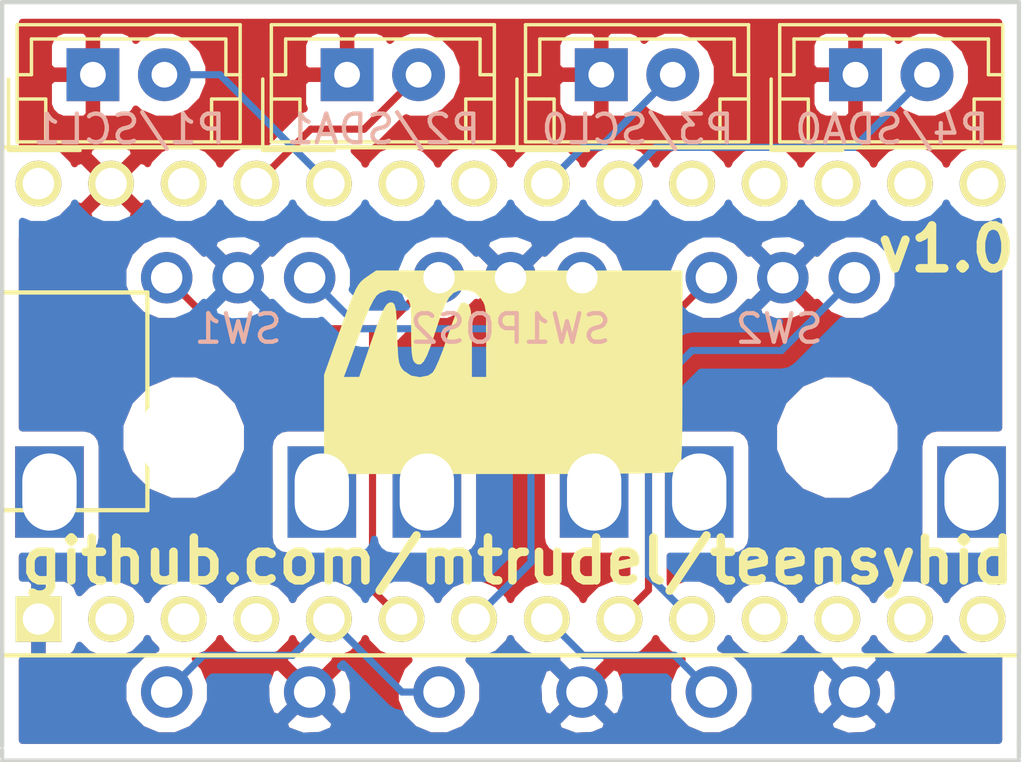
<source format=kicad_pcb>
(kicad_pcb (version 4) (host pcbnew 4.0.7)

  (general
    (links 23)
    (no_connects 0)
    (area 108.552857 92.634999 285.242 129.879)
    (thickness 1.6)
    (drawings 10)
    (tracks 42)
    (zones 0)
    (modules 11)
    (nets 13)
  )

  (page A4)
  (layers
    (0 F.Cu signal hide)
    (31 B.Cu signal hide)
    (32 B.Adhes user)
    (33 F.Adhes user)
    (34 B.Paste user)
    (35 F.Paste user)
    (36 B.SilkS user)
    (37 F.SilkS user)
    (38 B.Mask user)
    (39 F.Mask user)
    (40 Dwgs.User user)
    (41 Cmts.User user)
    (42 Eco1.User user)
    (43 Eco2.User user)
    (44 Edge.Cuts user)
    (45 Margin user)
    (46 B.CrtYd user)
    (47 F.CrtYd user)
    (48 B.Fab user)
    (49 F.Fab user)
  )

  (setup
    (last_trace_width 0.25)
    (trace_clearance 0.2)
    (zone_clearance 0.508)
    (zone_45_only no)
    (trace_min 0.2)
    (segment_width 0.2)
    (edge_width 0.15)
    (via_size 0.6)
    (via_drill 0.4)
    (via_min_size 0.4)
    (via_min_drill 0.3)
    (uvia_size 0.3)
    (uvia_drill 0.1)
    (uvias_allowed no)
    (uvia_min_size 0.2)
    (uvia_min_drill 0.1)
    (pcb_text_width 0.3)
    (pcb_text_size 1.5 1.5)
    (mod_edge_width 0.15)
    (mod_text_size 1 1)
    (mod_text_width 0.15)
    (pad_size 3.2 3.2)
    (pad_drill 2.7)
    (pad_to_mask_clearance 0.2)
    (aux_axis_origin 0 0)
    (visible_elements FFFFFB7F)
    (pcbplotparams
      (layerselection 0x00030_80000001)
      (usegerberextensions false)
      (excludeedgelayer true)
      (linewidth 0.100000)
      (plotframeref false)
      (viasonmask false)
      (mode 1)
      (useauxorigin false)
      (hpglpennumber 1)
      (hpglpenspeed 20)
      (hpglpendiameter 15)
      (hpglpenoverlay 2)
      (psnegative false)
      (psa4output false)
      (plotreference true)
      (plotvalue true)
      (plotinvisibletext false)
      (padsonsilk false)
      (subtractmaskfromsilk false)
      (outputformat 1)
      (mirror false)
      (drillshape 1)
      (scaleselection 1)
      (outputdirectory ""))
  )

  (net 0 "")
  (net 1 GND)
  (net 2 "Net-(SW1-Pad1)")
  (net 3 "Net-(SW1-Pad3)")
  (net 4 "Net-(SW1-Pad5)")
  (net 5 "Net-(P1/SCL1-Pad1)")
  (net 6 "Net-(P1/SCL1-Pad2)")
  (net 7 "Net-(P2/SDA1-Pad2)")
  (net 8 "Net-(P3/SCL0-Pad2)")
  (net 9 "Net-(P4/SDA0-Pad2)")
  (net 10 "Net-(SW2-Pad5)")
  (net 11 "Net-(SW2-Pad1)")
  (net 12 "Net-(SW2-Pad3)")

  (net_class Default "This is the default net class."
    (clearance 0.2)
    (trace_width 0.25)
    (via_dia 0.6)
    (via_drill 0.4)
    (uvia_dia 0.3)
    (uvia_drill 0.1)
    (add_net GND)
    (add_net "Net-(P1/SCL1-Pad1)")
    (add_net "Net-(P1/SCL1-Pad2)")
    (add_net "Net-(P2/SDA1-Pad2)")
    (add_net "Net-(P3/SCL0-Pad2)")
    (add_net "Net-(P4/SDA0-Pad2)")
    (add_net "Net-(SW1-Pad1)")
    (add_net "Net-(SW1-Pad3)")
    (add_net "Net-(SW1-Pad5)")
    (add_net "Net-(SW2-Pad1)")
    (add_net "Net-(SW2-Pad3)")
    (add_net "Net-(SW2-Pad5)")
  )

  (module Mounting_Holes:MountingHole_3.2mm_M3 (layer F.Cu) (tedit 5A313A90) (tstamp 5A30A68E)
    (at 118.11 107.95)
    (descr "Mounting Hole 3.2mm, no annular, M3")
    (tags "mounting hole 3.2mm no annular m3")
    (attr virtual)
    (fp_text reference REF** (at 0 -4.2) (layer F.SilkS) hide
      (effects (font (size 1 1) (thickness 0.15)))
    )
    (fp_text value MountingHole_3.2mm_M3 (at 0 4.2) (layer F.Fab)
      (effects (font (size 1 1) (thickness 0.15)))
    )
    (fp_text user %R (at 0.3 0) (layer F.Fab)
      (effects (font (size 1 1) (thickness 0.15)))
    )
    (fp_circle (center 0 0) (end 3.2 0) (layer Cmts.User) (width 0.15))
    (fp_circle (center 0 0) (end 3.45 0) (layer F.CrtYd) (width 0.05))
    (pad 1 np_thru_hole circle (at 0 0) (size 3.2 3.2) (drill 3.2) (layers *.Cu *.Mask))
  )

  (module Mounting_Holes:MountingHole_3.2mm_M3 (layer F.Cu) (tedit 5A313A9C) (tstamp 5A30A65B)
    (at 140.97 107.95)
    (descr "Mounting Hole 3.2mm, no annular, M3")
    (tags "mounting hole 3.2mm no annular m3")
    (attr virtual)
    (fp_text reference REF** (at 0 -4.2) (layer F.SilkS) hide
      (effects (font (size 1 1) (thickness 0.15)))
    )
    (fp_text value MountingHole_3.2mm_M3 (at 0 4.2) (layer F.Fab)
      (effects (font (size 1 1) (thickness 0.15)))
    )
    (fp_text user %R (at 0.3 0) (layer F.Fab)
      (effects (font (size 1 1) (thickness 0.15)))
    )
    (fp_circle (center 0 0) (end 3.2 0) (layer Cmts.User) (width 0.15))
    (fp_circle (center 0 0) (end 3.45 0) (layer F.CrtYd) (width 0.05))
    (pad 1 np_thru_hole circle (at 0 0) (size 3.2 3.2) (drill 3.2) (layers *.Cu *.Mask))
  )

  (module teensy:Teensy30_31_32_LC (layer F.Cu) (tedit 5A2F46D8) (tstamp 5A2F4770)
    (at 129.54 106.68)
    (path /5A2F4022)
    (fp_text reference U1 (at 0 -10.16) (layer F.SilkS) hide
      (effects (font (size 1 1) (thickness 0.15)))
    )
    (fp_text value Teensy-LC (at 0 10.16) (layer F.Fab) hide
      (effects (font (size 1 1) (thickness 0.15)))
    )
    (fp_line (start -17.78 3.81) (end -19.05 3.81) (layer F.SilkS) (width 0.15))
    (fp_line (start -19.05 3.81) (end -19.05 -3.81) (layer F.SilkS) (width 0.15))
    (fp_line (start -19.05 -3.81) (end -17.78 -3.81) (layer F.SilkS) (width 0.15))
    (fp_line (start -12.7 3.81) (end -12.7 -3.81) (layer F.SilkS) (width 0.15))
    (fp_line (start -12.7 -3.81) (end -17.78 -3.81) (layer F.SilkS) (width 0.15))
    (fp_line (start -12.7 3.81) (end -17.78 3.81) (layer F.SilkS) (width 0.15))
    (fp_line (start -17.78 -8.89) (end 17.78 -8.89) (layer F.SilkS) (width 0.15))
    (fp_line (start 17.78 -8.89) (end 17.78 8.89) (layer F.SilkS) (width 0.15))
    (fp_line (start 17.78 8.89) (end -17.78 8.89) (layer F.SilkS) (width 0.15))
    (fp_line (start -17.78 8.89) (end -17.78 -8.89) (layer F.SilkS) (width 0.15))
    (pad 20 thru_hole circle (at 16.51 -7.62) (size 1.6 1.6) (drill 1.1) (layers *.Cu *.Mask F.SilkS))
    (pad 14 thru_hole circle (at 16.51 7.62) (size 1.6 1.6) (drill 1.1) (layers *.Cu *.Mask F.SilkS))
    (pad 21 thru_hole circle (at 13.97 -7.62) (size 1.6 1.6) (drill 1.1) (layers *.Cu *.Mask F.SilkS))
    (pad 22 thru_hole circle (at 11.43 -7.62) (size 1.6 1.6) (drill 1.1) (layers *.Cu *.Mask F.SilkS))
    (pad 23 thru_hole circle (at 8.89 -7.62) (size 1.6 1.6) (drill 1.1) (layers *.Cu *.Mask F.SilkS))
    (pad 24 thru_hole circle (at 6.35 -7.62) (size 1.6 1.6) (drill 1.1) (layers *.Cu *.Mask F.SilkS))
    (pad 25 thru_hole circle (at 3.81 -7.62) (size 1.6 1.6) (drill 1.1) (layers *.Cu *.Mask F.SilkS)
      (net 9 "Net-(P4/SDA0-Pad2)"))
    (pad 26 thru_hole circle (at 1.27 -7.62) (size 1.6 1.6) (drill 1.1) (layers *.Cu *.Mask F.SilkS)
      (net 8 "Net-(P3/SCL0-Pad2)"))
    (pad 27 thru_hole circle (at -1.27 -7.62) (size 1.6 1.6) (drill 1.1) (layers *.Cu *.Mask F.SilkS))
    (pad 28 thru_hole circle (at -3.81 -7.62) (size 1.6 1.6) (drill 1.1) (layers *.Cu *.Mask F.SilkS))
    (pad 29 thru_hole circle (at -6.35 -7.62) (size 1.6 1.6) (drill 1.1) (layers *.Cu *.Mask F.SilkS)
      (net 6 "Net-(P1/SCL1-Pad2)"))
    (pad 30 thru_hole circle (at -8.89 -7.62) (size 1.6 1.6) (drill 1.1) (layers *.Cu *.Mask F.SilkS)
      (net 7 "Net-(P2/SDA1-Pad2)"))
    (pad 31 thru_hole circle (at -11.43 -7.62) (size 1.6 1.6) (drill 1.1) (layers *.Cu *.Mask F.SilkS))
    (pad 32 thru_hole circle (at -13.97 -7.62) (size 1.6 1.6) (drill 1.1) (layers *.Cu *.Mask F.SilkS)
      (net 5 "Net-(P1/SCL1-Pad1)"))
    (pad 33 thru_hole circle (at -16.51 -7.62) (size 1.6 1.6) (drill 1.1) (layers *.Cu *.Mask F.SilkS))
    (pad 13 thru_hole circle (at 13.97 7.62) (size 1.6 1.6) (drill 1.1) (layers *.Cu *.Mask F.SilkS))
    (pad 12 thru_hole circle (at 11.43 7.62) (size 1.6 1.6) (drill 1.1) (layers *.Cu *.Mask F.SilkS))
    (pad 11 thru_hole circle (at 8.89 7.62) (size 1.6 1.6) (drill 1.1) (layers *.Cu *.Mask F.SilkS))
    (pad 10 thru_hole circle (at 6.35 7.62) (size 1.6 1.6) (drill 1.1) (layers *.Cu *.Mask F.SilkS)
      (net 11 "Net-(SW2-Pad1)"))
    (pad 9 thru_hole circle (at 3.81 7.62) (size 1.6 1.6) (drill 1.1) (layers *.Cu *.Mask F.SilkS)
      (net 12 "Net-(SW2-Pad3)"))
    (pad 8 thru_hole circle (at 1.27 7.62) (size 1.6 1.6) (drill 1.1) (layers *.Cu *.Mask F.SilkS)
      (net 10 "Net-(SW2-Pad5)"))
    (pad 7 thru_hole circle (at -1.27 7.62) (size 1.6 1.6) (drill 1.1) (layers *.Cu *.Mask F.SilkS)
      (net 2 "Net-(SW1-Pad1)"))
    (pad 6 thru_hole circle (at -3.81 7.62) (size 1.6 1.6) (drill 1.1) (layers *.Cu *.Mask F.SilkS)
      (net 3 "Net-(SW1-Pad3)"))
    (pad 5 thru_hole circle (at -6.35 7.62) (size 1.6 1.6) (drill 1.1) (layers *.Cu *.Mask F.SilkS)
      (net 4 "Net-(SW1-Pad5)"))
    (pad 4 thru_hole circle (at -8.89 7.62) (size 1.6 1.6) (drill 1.1) (layers *.Cu *.Mask F.SilkS))
    (pad 3 thru_hole circle (at -11.43 7.62) (size 1.6 1.6) (drill 1.1) (layers *.Cu *.Mask F.SilkS))
    (pad 2 thru_hole circle (at -13.97 7.62) (size 1.6 1.6) (drill 1.1) (layers *.Cu *.Mask F.SilkS))
    (pad 1 thru_hole rect (at -16.51 7.62) (size 1.6 1.6) (drill 1.1) (layers *.Cu *.Mask F.SilkS)
      (net 1 GND))
  )

  (module "Local Copy:PEC11R-4xxx-Sxxxx" (layer F.Cu) (tedit 5A30A318) (tstamp 5A30878B)
    (at 120.015 109.855 180)
    (descr http://www.bourns.com/docs/Product-Datasheets/pec11R.pdf)
    (path /5A2F2F51)
    (fp_text reference SW1 (at 0 5.715 180) (layer B.SilkS)
      (effects (font (size 1 1) (thickness 0.15)) (justify mirror))
    )
    (fp_text value Rotary_Encoder_Switch (at 0.1 -12.1 180) (layer F.Fab)
      (effects (font (size 1 1) (thickness 0.15)))
    )
    (fp_line (start -6.5 6.7) (end -6.5 -6.7) (layer F.CrtYd) (width 0.15))
    (fp_line (start 6.5 6.7) (end -6.5 6.7) (layer F.CrtYd) (width 0.15))
    (fp_line (start 6.5 -6.7) (end 6.5 6.7) (layer F.CrtYd) (width 0.15))
    (fp_line (start -6.5 -6.7) (end 6.5 -6.7) (layer F.CrtYd) (width 0.15))
    (pad GND thru_hole rect (at -6.6 0 270) (size 3.2 2.4) (drill oval 2.7 1.9) (layers *.Cu *.Mask))
    (pad GND thru_hole rect (at 6.6 0 270) (size 3.2 2.4) (drill oval 2.7 1.9) (layers *.Cu *.Mask))
    (pad 4 thru_hole circle (at -2.5 -7 180) (size 1.8 1.8) (drill 1.1) (layers *.Cu *.Mask)
      (net 1 GND))
    (pad 5 thru_hole circle (at 2.5 -7 180) (size 1.8 1.8) (drill 1.1) (layers *.Cu *.Mask)
      (net 4 "Net-(SW1-Pad5)"))
    (pad 1 thru_hole circle (at -2.5 7.5 180) (size 1.8 1.8) (drill 1.1) (layers *.Cu *.Mask)
      (net 2 "Net-(SW1-Pad1)"))
    (pad 3 thru_hole circle (at 2.5 7.5 180) (size 1.8 1.8) (drill 1.1) (layers *.Cu *.Mask)
      (net 3 "Net-(SW1-Pad3)"))
    (pad 2 thru_hole circle (at 0 7.5 180) (size 1.8 1.8) (drill 1.1) (layers *.Cu *.Mask)
      (net 1 GND))
  )

  (module Connectors_JST:JST_EH_B02B-EH-A_02x2.50mm_Straight (layer F.Cu) (tedit 5A30A1E0) (tstamp 5A309FEB)
    (at 114.935 95.25)
    (descr "JST EH series connector, B02B-EH-A, 2.50mm pitch, top entry")
    (tags "connector jst eh top vertical straight")
    (path /5A309F10)
    (fp_text reference P1/SCL1 (at 1.27 1.905) (layer B.SilkS)
      (effects (font (size 1 1) (thickness 0.15)) (justify mirror))
    )
    (fp_text value Conn_01x02 (at 1.25 3.5) (layer F.Fab)
      (effects (font (size 1 1) (thickness 0.15)))
    )
    (fp_text user %R (at 1.25 -3) (layer F.Fab)
      (effects (font (size 1 1) (thickness 0.15)))
    )
    (fp_line (start -2.5 -1.6) (end -2.5 2.2) (layer F.Fab) (width 0.1))
    (fp_line (start -2.5 2.2) (end 5 2.2) (layer F.Fab) (width 0.1))
    (fp_line (start 5 2.2) (end 5 -1.6) (layer F.Fab) (width 0.1))
    (fp_line (start 5 -1.6) (end -2.5 -1.6) (layer F.Fab) (width 0.1))
    (fp_line (start -2.65 -1.75) (end -2.65 2.35) (layer F.SilkS) (width 0.12))
    (fp_line (start -2.65 2.35) (end 5.15 2.35) (layer F.SilkS) (width 0.12))
    (fp_line (start 5.15 2.35) (end 5.15 -1.75) (layer F.SilkS) (width 0.12))
    (fp_line (start 5.15 -1.75) (end -2.65 -1.75) (layer F.SilkS) (width 0.12))
    (fp_line (start -2.65 0) (end -2.15 0) (layer F.SilkS) (width 0.12))
    (fp_line (start -2.15 0) (end -2.15 -1.25) (layer F.SilkS) (width 0.12))
    (fp_line (start -2.15 -1.25) (end 4.65 -1.25) (layer F.SilkS) (width 0.12))
    (fp_line (start 4.65 -1.25) (end 4.65 0) (layer F.SilkS) (width 0.12))
    (fp_line (start 4.65 0) (end 5.15 0) (layer F.SilkS) (width 0.12))
    (fp_line (start -2.65 0.85) (end -1.65 0.85) (layer F.SilkS) (width 0.12))
    (fp_line (start -1.65 0.85) (end -1.65 2.35) (layer F.SilkS) (width 0.12))
    (fp_line (start 5.15 0.85) (end 4.15 0.85) (layer F.SilkS) (width 0.12))
    (fp_line (start 4.15 0.85) (end 4.15 2.35) (layer F.SilkS) (width 0.12))
    (fp_line (start -2.95 0.15) (end -2.95 2.65) (layer F.SilkS) (width 0.12))
    (fp_line (start -2.95 2.65) (end -0.45 2.65) (layer F.SilkS) (width 0.12))
    (fp_line (start -2.95 0.15) (end -2.95 2.65) (layer F.Fab) (width 0.1))
    (fp_line (start -2.95 2.65) (end -0.45 2.65) (layer F.Fab) (width 0.1))
    (fp_line (start -3.15 -2.25) (end -3.15 2.85) (layer F.CrtYd) (width 0.05))
    (fp_line (start -3.15 2.85) (end 5.65 2.85) (layer F.CrtYd) (width 0.05))
    (fp_line (start 5.65 2.85) (end 5.65 -2.25) (layer F.CrtYd) (width 0.05))
    (fp_line (start 5.65 -2.25) (end -3.15 -2.25) (layer F.CrtYd) (width 0.05))
    (pad 1 thru_hole rect (at 0 0) (size 1.85 1.85) (drill 0.9) (layers *.Cu *.Mask)
      (net 5 "Net-(P1/SCL1-Pad1)"))
    (pad 2 thru_hole circle (at 2.5 0) (size 1.85 1.85) (drill 0.9) (layers *.Cu *.Mask)
      (net 6 "Net-(P1/SCL1-Pad2)"))
    (model Connectors_JST.3dshapes/JST_EH_B02B-EH-A_02x2.50mm_Straight.wrl
      (at (xyz 0 0 0))
      (scale (xyz 1 1 1))
      (rotate (xyz 0 0 0))
    )
  )

  (module Connectors_JST:JST_EH_B02B-EH-A_02x2.50mm_Straight (layer F.Cu) (tedit 5A30A1DA) (tstamp 5A30A00B)
    (at 123.825 95.25)
    (descr "JST EH series connector, B02B-EH-A, 2.50mm pitch, top entry")
    (tags "connector jst eh top vertical straight")
    (path /5A309F8A)
    (fp_text reference P2/SDA1 (at 1.27 1.905) (layer B.SilkS)
      (effects (font (size 1 1) (thickness 0.15)) (justify mirror))
    )
    (fp_text value Conn_01x02 (at 1.25 3.5) (layer F.Fab)
      (effects (font (size 1 1) (thickness 0.15)))
    )
    (fp_text user %R (at 1.25 -3) (layer F.Fab)
      (effects (font (size 1 1) (thickness 0.15)))
    )
    (fp_line (start -2.5 -1.6) (end -2.5 2.2) (layer F.Fab) (width 0.1))
    (fp_line (start -2.5 2.2) (end 5 2.2) (layer F.Fab) (width 0.1))
    (fp_line (start 5 2.2) (end 5 -1.6) (layer F.Fab) (width 0.1))
    (fp_line (start 5 -1.6) (end -2.5 -1.6) (layer F.Fab) (width 0.1))
    (fp_line (start -2.65 -1.75) (end -2.65 2.35) (layer F.SilkS) (width 0.12))
    (fp_line (start -2.65 2.35) (end 5.15 2.35) (layer F.SilkS) (width 0.12))
    (fp_line (start 5.15 2.35) (end 5.15 -1.75) (layer F.SilkS) (width 0.12))
    (fp_line (start 5.15 -1.75) (end -2.65 -1.75) (layer F.SilkS) (width 0.12))
    (fp_line (start -2.65 0) (end -2.15 0) (layer F.SilkS) (width 0.12))
    (fp_line (start -2.15 0) (end -2.15 -1.25) (layer F.SilkS) (width 0.12))
    (fp_line (start -2.15 -1.25) (end 4.65 -1.25) (layer F.SilkS) (width 0.12))
    (fp_line (start 4.65 -1.25) (end 4.65 0) (layer F.SilkS) (width 0.12))
    (fp_line (start 4.65 0) (end 5.15 0) (layer F.SilkS) (width 0.12))
    (fp_line (start -2.65 0.85) (end -1.65 0.85) (layer F.SilkS) (width 0.12))
    (fp_line (start -1.65 0.85) (end -1.65 2.35) (layer F.SilkS) (width 0.12))
    (fp_line (start 5.15 0.85) (end 4.15 0.85) (layer F.SilkS) (width 0.12))
    (fp_line (start 4.15 0.85) (end 4.15 2.35) (layer F.SilkS) (width 0.12))
    (fp_line (start -2.95 0.15) (end -2.95 2.65) (layer F.SilkS) (width 0.12))
    (fp_line (start -2.95 2.65) (end -0.45 2.65) (layer F.SilkS) (width 0.12))
    (fp_line (start -2.95 0.15) (end -2.95 2.65) (layer F.Fab) (width 0.1))
    (fp_line (start -2.95 2.65) (end -0.45 2.65) (layer F.Fab) (width 0.1))
    (fp_line (start -3.15 -2.25) (end -3.15 2.85) (layer F.CrtYd) (width 0.05))
    (fp_line (start -3.15 2.85) (end 5.65 2.85) (layer F.CrtYd) (width 0.05))
    (fp_line (start 5.65 2.85) (end 5.65 -2.25) (layer F.CrtYd) (width 0.05))
    (fp_line (start 5.65 -2.25) (end -3.15 -2.25) (layer F.CrtYd) (width 0.05))
    (pad 1 thru_hole rect (at 0 0) (size 1.85 1.85) (drill 0.9) (layers *.Cu *.Mask)
      (net 5 "Net-(P1/SCL1-Pad1)"))
    (pad 2 thru_hole circle (at 2.5 0) (size 1.85 1.85) (drill 0.9) (layers *.Cu *.Mask)
      (net 7 "Net-(P2/SDA1-Pad2)"))
    (model Connectors_JST.3dshapes/JST_EH_B02B-EH-A_02x2.50mm_Straight.wrl
      (at (xyz 0 0 0))
      (scale (xyz 1 1 1))
      (rotate (xyz 0 0 0))
    )
  )

  (module Connectors_JST:JST_EH_B02B-EH-A_02x2.50mm_Straight (layer F.Cu) (tedit 5A30A1D4) (tstamp 5A30A02B)
    (at 132.715 95.25)
    (descr "JST EH series connector, B02B-EH-A, 2.50mm pitch, top entry")
    (tags "connector jst eh top vertical straight")
    (path /5A309FB6)
    (fp_text reference P3/SCL0 (at 1.27 1.905) (layer B.SilkS)
      (effects (font (size 1 1) (thickness 0.15)) (justify mirror))
    )
    (fp_text value Conn_01x02 (at 1.25 3.5) (layer F.Fab)
      (effects (font (size 1 1) (thickness 0.15)))
    )
    (fp_text user %R (at 1.25 -3) (layer F.Fab)
      (effects (font (size 1 1) (thickness 0.15)))
    )
    (fp_line (start -2.5 -1.6) (end -2.5 2.2) (layer F.Fab) (width 0.1))
    (fp_line (start -2.5 2.2) (end 5 2.2) (layer F.Fab) (width 0.1))
    (fp_line (start 5 2.2) (end 5 -1.6) (layer F.Fab) (width 0.1))
    (fp_line (start 5 -1.6) (end -2.5 -1.6) (layer F.Fab) (width 0.1))
    (fp_line (start -2.65 -1.75) (end -2.65 2.35) (layer F.SilkS) (width 0.12))
    (fp_line (start -2.65 2.35) (end 5.15 2.35) (layer F.SilkS) (width 0.12))
    (fp_line (start 5.15 2.35) (end 5.15 -1.75) (layer F.SilkS) (width 0.12))
    (fp_line (start 5.15 -1.75) (end -2.65 -1.75) (layer F.SilkS) (width 0.12))
    (fp_line (start -2.65 0) (end -2.15 0) (layer F.SilkS) (width 0.12))
    (fp_line (start -2.15 0) (end -2.15 -1.25) (layer F.SilkS) (width 0.12))
    (fp_line (start -2.15 -1.25) (end 4.65 -1.25) (layer F.SilkS) (width 0.12))
    (fp_line (start 4.65 -1.25) (end 4.65 0) (layer F.SilkS) (width 0.12))
    (fp_line (start 4.65 0) (end 5.15 0) (layer F.SilkS) (width 0.12))
    (fp_line (start -2.65 0.85) (end -1.65 0.85) (layer F.SilkS) (width 0.12))
    (fp_line (start -1.65 0.85) (end -1.65 2.35) (layer F.SilkS) (width 0.12))
    (fp_line (start 5.15 0.85) (end 4.15 0.85) (layer F.SilkS) (width 0.12))
    (fp_line (start 4.15 0.85) (end 4.15 2.35) (layer F.SilkS) (width 0.12))
    (fp_line (start -2.95 0.15) (end -2.95 2.65) (layer F.SilkS) (width 0.12))
    (fp_line (start -2.95 2.65) (end -0.45 2.65) (layer F.SilkS) (width 0.12))
    (fp_line (start -2.95 0.15) (end -2.95 2.65) (layer F.Fab) (width 0.1))
    (fp_line (start -2.95 2.65) (end -0.45 2.65) (layer F.Fab) (width 0.1))
    (fp_line (start -3.15 -2.25) (end -3.15 2.85) (layer F.CrtYd) (width 0.05))
    (fp_line (start -3.15 2.85) (end 5.65 2.85) (layer F.CrtYd) (width 0.05))
    (fp_line (start 5.65 2.85) (end 5.65 -2.25) (layer F.CrtYd) (width 0.05))
    (fp_line (start 5.65 -2.25) (end -3.15 -2.25) (layer F.CrtYd) (width 0.05))
    (pad 1 thru_hole rect (at 0 0) (size 1.85 1.85) (drill 0.9) (layers *.Cu *.Mask)
      (net 5 "Net-(P1/SCL1-Pad1)"))
    (pad 2 thru_hole circle (at 2.5 0) (size 1.85 1.85) (drill 0.9) (layers *.Cu *.Mask)
      (net 8 "Net-(P3/SCL0-Pad2)"))
    (model Connectors_JST.3dshapes/JST_EH_B02B-EH-A_02x2.50mm_Straight.wrl
      (at (xyz 0 0 0))
      (scale (xyz 1 1 1))
      (rotate (xyz 0 0 0))
    )
  )

  (module Connectors_JST:JST_EH_B02B-EH-A_02x2.50mm_Straight (layer F.Cu) (tedit 5A30A1CC) (tstamp 5A30A04B)
    (at 141.605 95.25)
    (descr "JST EH series connector, B02B-EH-A, 2.50mm pitch, top entry")
    (tags "connector jst eh top vertical straight")
    (path /5A309FDE)
    (fp_text reference P4/SDA0 (at 1.27 1.905) (layer B.SilkS)
      (effects (font (size 1 1) (thickness 0.15)) (justify mirror))
    )
    (fp_text value Conn_01x02 (at 1.25 3.5) (layer F.Fab)
      (effects (font (size 1 1) (thickness 0.15)))
    )
    (fp_text user %R (at 1.25 -3) (layer F.Fab)
      (effects (font (size 1 1) (thickness 0.15)))
    )
    (fp_line (start -2.5 -1.6) (end -2.5 2.2) (layer F.Fab) (width 0.1))
    (fp_line (start -2.5 2.2) (end 5 2.2) (layer F.Fab) (width 0.1))
    (fp_line (start 5 2.2) (end 5 -1.6) (layer F.Fab) (width 0.1))
    (fp_line (start 5 -1.6) (end -2.5 -1.6) (layer F.Fab) (width 0.1))
    (fp_line (start -2.65 -1.75) (end -2.65 2.35) (layer F.SilkS) (width 0.12))
    (fp_line (start -2.65 2.35) (end 5.15 2.35) (layer F.SilkS) (width 0.12))
    (fp_line (start 5.15 2.35) (end 5.15 -1.75) (layer F.SilkS) (width 0.12))
    (fp_line (start 5.15 -1.75) (end -2.65 -1.75) (layer F.SilkS) (width 0.12))
    (fp_line (start -2.65 0) (end -2.15 0) (layer F.SilkS) (width 0.12))
    (fp_line (start -2.15 0) (end -2.15 -1.25) (layer F.SilkS) (width 0.12))
    (fp_line (start -2.15 -1.25) (end 4.65 -1.25) (layer F.SilkS) (width 0.12))
    (fp_line (start 4.65 -1.25) (end 4.65 0) (layer F.SilkS) (width 0.12))
    (fp_line (start 4.65 0) (end 5.15 0) (layer F.SilkS) (width 0.12))
    (fp_line (start -2.65 0.85) (end -1.65 0.85) (layer F.SilkS) (width 0.12))
    (fp_line (start -1.65 0.85) (end -1.65 2.35) (layer F.SilkS) (width 0.12))
    (fp_line (start 5.15 0.85) (end 4.15 0.85) (layer F.SilkS) (width 0.12))
    (fp_line (start 4.15 0.85) (end 4.15 2.35) (layer F.SilkS) (width 0.12))
    (fp_line (start -2.95 0.15) (end -2.95 2.65) (layer F.SilkS) (width 0.12))
    (fp_line (start -2.95 2.65) (end -0.45 2.65) (layer F.SilkS) (width 0.12))
    (fp_line (start -2.95 0.15) (end -2.95 2.65) (layer F.Fab) (width 0.1))
    (fp_line (start -2.95 2.65) (end -0.45 2.65) (layer F.Fab) (width 0.1))
    (fp_line (start -3.15 -2.25) (end -3.15 2.85) (layer F.CrtYd) (width 0.05))
    (fp_line (start -3.15 2.85) (end 5.65 2.85) (layer F.CrtYd) (width 0.05))
    (fp_line (start 5.65 2.85) (end 5.65 -2.25) (layer F.CrtYd) (width 0.05))
    (fp_line (start 5.65 -2.25) (end -3.15 -2.25) (layer F.CrtYd) (width 0.05))
    (pad 1 thru_hole rect (at 0 0) (size 1.85 1.85) (drill 0.9) (layers *.Cu *.Mask)
      (net 5 "Net-(P1/SCL1-Pad1)"))
    (pad 2 thru_hole circle (at 2.5 0) (size 1.85 1.85) (drill 0.9) (layers *.Cu *.Mask)
      (net 9 "Net-(P4/SDA0-Pad2)"))
    (model Connectors_JST.3dshapes/JST_EH_B02B-EH-A_02x2.50mm_Straight.wrl
      (at (xyz 0 0 0))
      (scale (xyz 1 1 1))
      (rotate (xyz 0 0 0))
    )
  )

  (module "Local Copy:PEC11R-4xxx-Sxxxx" (layer F.Cu) (tedit 5A30A314) (tstamp 5A30A05A)
    (at 129.54 109.855 180)
    (descr http://www.bourns.com/docs/Product-Datasheets/pec11R.pdf)
    (path /5A3080FA)
    (fp_text reference SW1POS2 (at 0 5.715 180) (layer B.SilkS)
      (effects (font (size 1 1) (thickness 0.15)) (justify mirror))
    )
    (fp_text value Rotary_Encoder_Switch (at 0.1 -12.1 180) (layer F.Fab)
      (effects (font (size 1 1) (thickness 0.15)))
    )
    (fp_line (start -6.5 6.7) (end -6.5 -6.7) (layer F.CrtYd) (width 0.15))
    (fp_line (start 6.5 6.7) (end -6.5 6.7) (layer F.CrtYd) (width 0.15))
    (fp_line (start 6.5 -6.7) (end 6.5 6.7) (layer F.CrtYd) (width 0.15))
    (fp_line (start -6.5 -6.7) (end 6.5 -6.7) (layer F.CrtYd) (width 0.15))
    (pad GND thru_hole rect (at -6.6 0 270) (size 3.2 2.4) (drill oval 2.7 1.9) (layers *.Cu *.Mask))
    (pad GND thru_hole rect (at 6.6 0 270) (size 3.2 2.4) (drill oval 2.7 1.9) (layers *.Cu *.Mask))
    (pad 4 thru_hole circle (at -2.5 -7 180) (size 1.8 1.8) (drill 1.1) (layers *.Cu *.Mask)
      (net 1 GND))
    (pad 5 thru_hole circle (at 2.5 -7 180) (size 1.8 1.8) (drill 1.1) (layers *.Cu *.Mask)
      (net 4 "Net-(SW1-Pad5)"))
    (pad 1 thru_hole circle (at -2.5 7.5 180) (size 1.8 1.8) (drill 1.1) (layers *.Cu *.Mask)
      (net 2 "Net-(SW1-Pad1)"))
    (pad 3 thru_hole circle (at 2.5 7.5 180) (size 1.8 1.8) (drill 1.1) (layers *.Cu *.Mask)
      (net 3 "Net-(SW1-Pad3)"))
    (pad 2 thru_hole circle (at 0 7.5 180) (size 1.8 1.8) (drill 1.1) (layers *.Cu *.Mask)
      (net 1 GND))
  )

  (module "Local Copy:PEC11R-4xxx-Sxxxx" (layer F.Cu) (tedit 5A30A617) (tstamp 5A30A744)
    (at 139.065 109.855 180)
    (descr http://www.bourns.com/docs/Product-Datasheets/pec11R.pdf)
    (path /5A30811E)
    (fp_text reference SW2 (at 0.127 5.715 180) (layer B.SilkS)
      (effects (font (size 1 1) (thickness 0.15)) (justify mirror))
    )
    (fp_text value Rotary_Encoder_Switch (at 0.1 -12.1 180) (layer F.Fab)
      (effects (font (size 1 1) (thickness 0.15)))
    )
    (fp_line (start -6.5 6.7) (end -6.5 -6.7) (layer F.CrtYd) (width 0.15))
    (fp_line (start 6.5 6.7) (end -6.5 6.7) (layer F.CrtYd) (width 0.15))
    (fp_line (start 6.5 -6.7) (end 6.5 6.7) (layer F.CrtYd) (width 0.15))
    (fp_line (start -6.5 -6.7) (end 6.5 -6.7) (layer F.CrtYd) (width 0.15))
    (pad GND thru_hole rect (at -6.6 0 270) (size 3.2 2.4) (drill oval 2.7 1.9) (layers *.Cu *.Mask))
    (pad GND thru_hole rect (at 6.6 0 270) (size 3.2 2.4) (drill oval 2.7 1.9) (layers *.Cu *.Mask))
    (pad 4 thru_hole circle (at -2.5 -7 180) (size 1.8 1.8) (drill 1.1) (layers *.Cu *.Mask)
      (net 1 GND))
    (pad 5 thru_hole circle (at 2.5 -7 180) (size 1.8 1.8) (drill 1.1) (layers *.Cu *.Mask)
      (net 10 "Net-(SW2-Pad5)"))
    (pad 1 thru_hole circle (at -2.5 7.5 180) (size 1.8 1.8) (drill 1.1) (layers *.Cu *.Mask)
      (net 11 "Net-(SW2-Pad1)"))
    (pad 3 thru_hole circle (at 2.5 7.5 180) (size 1.8 1.8) (drill 1.1) (layers *.Cu *.Mask)
      (net 12 "Net-(SW2-Pad3)"))
    (pad 2 thru_hole circle (at 0 7.5 180) (size 1.8 1.8) (drill 1.1) (layers *.Cu *.Mask)
      (net 1 GND))
  )

  (module moshozenfootprints:Moshozen (layer F.Cu) (tedit 0) (tstamp 5A313D63)
    (at 129.286 105.664)
    (fp_text reference G*** (at 0 0) (layer F.SilkS) hide
      (effects (font (thickness 0.3)))
    )
    (fp_text value LOGO (at 0.75 0) (layer F.SilkS) hide
      (effects (font (thickness 0.3)))
    )
    (fp_poly (pts (xy 6.265333 -0.1016) (xy 6.263965 0.820091) (xy 6.259652 1.583521) (xy 6.252078 2.199744)
      (xy 6.240927 2.679811) (xy 6.225883 3.034775) (xy 6.20663 3.275688) (xy 6.182853 3.413603)
      (xy 6.163733 3.4544) (xy 6.102303 3.474845) (xy 5.955819 3.492619) (xy 5.715507 3.507866)
      (xy 5.372593 3.520726) (xy 4.918304 3.531344) (xy 4.343866 3.539859) (xy 3.640504 3.546416)
      (xy 2.799446 3.551157) (xy 1.811917 3.554222) (xy 0.669143 3.555756) (xy -0.101601 3.556)
      (xy -6.265334 3.556) (xy -6.265334 0.169334) (xy -5.580412 0.169334) (xy -5.30904 0.168927)
      (xy -5.037667 0.16852) (xy -4.614948 -1.06543) (xy -4.432138 -1.587832) (xy -4.287927 -1.967255)
      (xy -4.171758 -2.222763) (xy -4.073074 -2.373418) (xy -3.981317 -2.438283) (xy -3.88593 -2.436422)
      (xy -3.860431 -2.427823) (xy -3.806261 -2.368412) (xy -3.766757 -2.222435) (xy -3.738719 -1.966246)
      (xy -3.718951 -1.5762) (xy -3.711186 -1.324247) (xy -3.697098 -0.879124) (xy -3.678645 -0.56941)
      (xy -3.64962 -0.36119) (xy -3.603813 -0.220548) (xy -3.535018 -0.11357) (xy -3.477742 -0.048896)
      (xy -3.223029 0.118478) (xy -2.917837 0.174939) (xy -2.625202 0.116903) (xy -2.464082 0.008748)
      (xy -2.37933 -0.12867) (xy -2.259324 -0.392995) (xy -2.118516 -0.749262) (xy -1.971357 -1.162502)
      (xy -1.934915 -1.271687) (xy -1.79395 -1.680585) (xy -1.661848 -2.028733) (xy -1.551116 -2.285591)
      (xy -1.474259 -2.42062) (xy -1.459422 -2.432907) (xy -1.311257 -2.419461) (xy -1.226589 -2.369772)
      (xy -1.174951 -2.294077) (xy -1.138936 -2.150225) (xy -1.116149 -1.913059) (xy -1.104192 -1.557421)
      (xy -1.100668 -1.058154) (xy -1.100667 -1.047966) (xy -1.100667 0.169334) (xy -0.592667 0.169334)
      (xy -0.592667 -1.09417) (xy -0.593742 -1.582617) (xy -0.599913 -1.93245) (xy -0.615597 -2.174388)
      (xy -0.645213 -2.339151) (xy -0.693179 -2.457458) (xy -0.763914 -2.560026) (xy -0.81186 -2.61817)
      (xy -1.01212 -2.804104) (xy -1.235808 -2.873932) (xy -1.346229 -2.878666) (xy -1.561621 -2.858288)
      (xy -1.73751 -2.782824) (xy -1.889164 -2.630785) (xy -2.031855 -2.38068) (xy -2.180851 -2.011016)
      (xy -2.351422 -1.500304) (xy -2.372075 -1.434855) (xy -2.534855 -0.939191) (xy -2.668583 -0.592101)
      (xy -2.783807 -0.377521) (xy -2.891078 -0.27939) (xy -3.000945 -0.281643) (xy -3.091412 -0.339561)
      (xy -3.147991 -0.424445) (xy -3.185668 -0.585893) (xy -3.207511 -0.851049) (xy -3.216589 -1.247057)
      (xy -3.217334 -1.453549) (xy -3.219299 -1.884638) (xy -3.229131 -2.180984) (xy -3.252733 -2.377165)
      (xy -3.296008 -2.507757) (xy -3.364859 -2.60734) (xy -3.425152 -2.670848) (xy -3.70066 -2.841573)
      (xy -4.015157 -2.878793) (xy -4.312061 -2.781534) (xy -4.430355 -2.688166) (xy -4.539839 -2.527089)
      (xy -4.678747 -2.250523) (xy -4.825237 -1.904366) (xy -4.903818 -1.693333) (xy -5.052689 -1.274741)
      (xy -5.207005 -0.845461) (xy -5.34124 -0.476351) (xy -5.384184 -0.359833) (xy -5.580412 0.169334)
      (xy -6.265334 0.169334) (xy -6.265334 0.095834) (xy -5.757079 -1.327916) (xy -5.550557 -1.903958)
      (xy -5.389061 -2.342891) (xy -5.261303 -2.667299) (xy -5.155997 -2.89977) (xy -5.061853 -3.062889)
      (xy -4.967585 -3.179242) (xy -4.861904 -3.271414) (xy -4.744097 -3.354814) (xy -4.448026 -3.556)
      (xy 6.265333 -3.556) (xy 6.265333 -0.1016)) (layer F.SilkS) (width 0.01))
  )

  (gr_text v1.0 (at 144.78 101.346) (layer F.SilkS)
    (effects (font (size 1.5 1.5) (thickness 0.3)))
  )
  (gr_line (start 147.32 118.618) (end 147.32 119.126) (angle 90) (layer Edge.Cuts) (width 0.15))
  (gr_line (start 111.76 118.872) (end 111.76 119.126) (angle 90) (layer Edge.Cuts) (width 0.15))
  (gr_line (start 147.32 92.71) (end 147.32 97.155) (angle 90) (layer Edge.Cuts) (width 0.15))
  (gr_line (start 111.76 97.155) (end 111.76 92.71) (angle 90) (layer Edge.Cuts) (width 0.15))
  (gr_text "github.com/mtrudel/teensyhid\n" (at 112.268 112.268) (layer F.SilkS)
    (effects (font (size 1.5 1.5) (thickness 0.3)) (justify left))
  )
  (gr_line (start 111.76 118.745) (end 111.76 97.155) (angle 90) (layer Edge.Cuts) (width 0.15))
  (gr_line (start 147.32 119.253) (end 111.76 119.253) (angle 90) (layer Edge.Cuts) (width 0.15))
  (gr_line (start 147.32 97.155) (end 147.32 118.745) (angle 90) (layer Edge.Cuts) (width 0.15))
  (gr_line (start 111.76 92.71) (end 147.32 92.71) (angle 90) (layer Edge.Cuts) (width 0.15))

  (segment (start 128.27 114.3) (end 130.255 112.315) (width 0.25) (layer B.Cu) (net 2))
  (segment (start 130.255 112.315) (end 130.255 104.14) (width 0.25) (layer B.Cu) (net 2) (tstamp 5A309D89))
  (segment (start 122.515 102.355) (end 124.3 104.14) (width 0.25) (layer B.Cu) (net 2))
  (segment (start 124.3 104.14) (end 130.255 104.14) (width 0.25) (layer B.Cu) (net 2) (tstamp 5A309D3D))
  (segment (start 130.255 104.14) (end 132.04 102.355) (width 0.25) (layer B.Cu) (net 2) (tstamp 5A309D3F))
  (segment (start 125.73 114.3) (end 124.714 113.284) (width 0.25) (layer F.Cu) (net 3))
  (segment (start 124.714 113.284) (end 124.714 104.14) (width 0.25) (layer F.Cu) (net 3) (tstamp 5A30A6DE))
  (segment (start 119.3 104.14) (end 117.515 102.355) (width 0.25) (layer F.Cu) (net 3) (tstamp 5A309DA2))
  (segment (start 125.095 104.14) (end 124.714 104.14) (width 0.25) (layer F.Cu) (net 3) (tstamp 5A309DA0))
  (segment (start 124.714 104.14) (end 119.3 104.14) (width 0.25) (layer F.Cu) (net 3) (tstamp 5A30A6E1))
  (segment (start 127.04 102.355) (end 126.88 102.355) (width 0.25) (layer F.Cu) (net 3))
  (segment (start 126.88 102.355) (end 125.095 104.14) (width 0.25) (layer F.Cu) (net 3) (tstamp 5A309D9F))
  (segment (start 123.19 114.3) (end 121.92 115.57) (width 0.25) (layer B.Cu) (net 4))
  (segment (start 118.8 115.57) (end 117.515 116.855) (width 0.25) (layer B.Cu) (net 4) (tstamp 5A309DAB))
  (segment (start 121.92 115.57) (end 118.8 115.57) (width 0.25) (layer B.Cu) (net 4) (tstamp 5A309DAA))
  (segment (start 123.19 114.3) (end 125.745 116.855) (width 0.25) (layer B.Cu) (net 4))
  (segment (start 125.745 116.855) (end 127.04 116.855) (width 0.25) (layer B.Cu) (net 4) (tstamp 5A309DA6))
  (segment (start 117.435 95.25) (end 119.38 95.25) (width 0.25) (layer B.Cu) (net 6))
  (segment (start 119.38 95.25) (end 123.19 99.06) (width 0.25) (layer B.Cu) (net 6) (tstamp 5A30A1D7))
  (segment (start 120.65 99.06) (end 122.555 97.155) (width 0.25) (layer F.Cu) (net 7))
  (segment (start 124.42 97.155) (end 126.325 95.25) (width 0.25) (layer F.Cu) (net 7) (tstamp 5A30A1DC))
  (segment (start 122.555 97.155) (end 124.42 97.155) (width 0.25) (layer F.Cu) (net 7) (tstamp 5A30A1DB))
  (segment (start 132.675 97.79) (end 135.215 95.25) (width 0.25) (layer B.Cu) (net 8) (tstamp 5A30A1EA))
  (segment (start 132.08 97.79) (end 132.675 97.79) (width 0.25) (layer B.Cu) (net 8) (tstamp 5A30A1E9))
  (segment (start 130.81 99.06) (end 132.08 97.79) (width 0.25) (layer B.Cu) (net 8))
  (segment (start 130.81 99.06) (end 131.405 99.06) (width 0.25) (layer B.Cu) (net 8))
  (segment (start 133.35 99.06) (end 134.62 97.79) (width 0.25) (layer B.Cu) (net 9))
  (segment (start 141.565 97.79) (end 144.105 95.25) (width 0.25) (layer B.Cu) (net 9) (tstamp 5A30A1E4))
  (segment (start 134.62 97.79) (end 141.565 97.79) (width 0.25) (layer B.Cu) (net 9) (tstamp 5A30A1E3))
  (segment (start 130.81 114.3) (end 132.08 115.57) (width 0.25) (layer B.Cu) (net 10))
  (segment (start 135.28 115.57) (end 136.565 116.855) (width 0.25) (layer B.Cu) (net 10) (tstamp 5A309DB1))
  (segment (start 132.08 115.57) (end 135.28 115.57) (width 0.25) (layer B.Cu) (net 10) (tstamp 5A309DAF))
  (segment (start 135.89 114.3) (end 134.366 112.776) (width 0.25) (layer B.Cu) (net 11))
  (segment (start 139.018 104.902) (end 141.565 102.355) (width 0.25) (layer B.Cu) (net 11) (tstamp 5A30A799))
  (segment (start 135.89 104.902) (end 139.018 104.902) (width 0.25) (layer B.Cu) (net 11) (tstamp 5A30A798))
  (segment (start 134.366 106.426) (end 135.89 104.902) (width 0.25) (layer B.Cu) (net 11) (tstamp 5A30A797))
  (segment (start 134.366 106.68) (end 134.366 106.426) (width 0.25) (layer B.Cu) (net 11) (tstamp 5A30A796))
  (segment (start 134.366 106.934) (end 134.366 106.68) (width 0.25) (layer B.Cu) (net 11) (tstamp 5A30A795))
  (segment (start 134.366 112.776) (end 134.366 106.934) (width 0.25) (layer B.Cu) (net 11) (tstamp 5A30A793))
  (segment (start 133.35 114.3) (end 134.366 113.284) (width 0.25) (layer F.Cu) (net 12))
  (segment (start 134.366 104.554) (end 136.565 102.355) (width 0.25) (layer F.Cu) (net 12) (tstamp 5A30A78E))
  (segment (start 134.366 113.284) (end 134.366 104.554) (width 0.25) (layer F.Cu) (net 12) (tstamp 5A30A78C))

  (zone (net 5) (net_name "Net-(P1/SCL1-Pad1)") (layer F.Cu) (tstamp 5A30A1D2) (hatch edge 0.508)
    (connect_pads (clearance 0.508))
    (min_thickness 0.254)
    (fill yes (arc_segments 16) (thermal_gap 0.508) (thermal_bridge_width 0.508))
    (polygon
      (pts
        (xy 147.32 100.33) (xy 111.76 100.33) (xy 111.76 92.71) (xy 147.32 92.71)
      )
    )
    (filled_polygon
      (pts
        (xy 146.61 97.738738) (xy 146.336691 97.62525) (xy 145.765813 97.624752) (xy 145.2382 97.842757) (xy 144.834176 98.246077)
        (xy 144.780138 98.376215) (xy 144.727243 98.2482) (xy 144.323923 97.844176) (xy 143.796691 97.62525) (xy 143.225813 97.624752)
        (xy 142.6982 97.842757) (xy 142.294176 98.246077) (xy 142.240138 98.376215) (xy 142.187243 98.2482) (xy 141.783923 97.844176)
        (xy 141.256691 97.62525) (xy 140.685813 97.624752) (xy 140.1582 97.842757) (xy 139.754176 98.246077) (xy 139.700138 98.376215)
        (xy 139.647243 98.2482) (xy 139.243923 97.844176) (xy 138.716691 97.62525) (xy 138.145813 97.624752) (xy 137.6182 97.842757)
        (xy 137.214176 98.246077) (xy 137.160138 98.376215) (xy 137.107243 98.2482) (xy 136.703923 97.844176) (xy 136.176691 97.62525)
        (xy 135.605813 97.624752) (xy 135.0782 97.842757) (xy 134.674176 98.246077) (xy 134.620138 98.376215) (xy 134.567243 98.2482)
        (xy 134.163923 97.844176) (xy 133.636691 97.62525) (xy 133.065813 97.624752) (xy 132.5382 97.842757) (xy 132.134176 98.246077)
        (xy 132.080138 98.376215) (xy 132.027243 98.2482) (xy 131.623923 97.844176) (xy 131.096691 97.62525) (xy 130.525813 97.624752)
        (xy 129.9982 97.842757) (xy 129.594176 98.246077) (xy 129.540138 98.376215) (xy 129.487243 98.2482) (xy 129.083923 97.844176)
        (xy 128.556691 97.62525) (xy 127.985813 97.624752) (xy 127.4582 97.842757) (xy 127.054176 98.246077) (xy 127.000138 98.376215)
        (xy 126.947243 98.2482) (xy 126.543923 97.844176) (xy 126.016691 97.62525) (xy 125.445813 97.624752) (xy 124.9182 97.842757)
        (xy 124.514176 98.246077) (xy 124.460138 98.376215) (xy 124.407243 98.2482) (xy 124.074624 97.915) (xy 124.42 97.915)
        (xy 124.710839 97.857148) (xy 124.957401 97.692401) (xy 125.89091 96.758892) (xy 126.013336 96.809728) (xy 126.633942 96.81027)
        (xy 127.207514 96.573275) (xy 127.646732 96.134823) (xy 127.884728 95.561664) (xy 127.88475 95.53575) (xy 131.155 95.53575)
        (xy 131.155 96.30131) (xy 131.251673 96.534699) (xy 131.430302 96.713327) (xy 131.663691 96.81) (xy 132.42925 96.81)
        (xy 132.588 96.65125) (xy 132.588 95.377) (xy 131.31375 95.377) (xy 131.155 95.53575) (xy 127.88475 95.53575)
        (xy 127.88527 94.941058) (xy 127.648275 94.367486) (xy 127.479774 94.19869) (xy 131.155 94.19869) (xy 131.155 94.96425)
        (xy 131.31375 95.123) (xy 132.588 95.123) (xy 132.588 93.84875) (xy 132.842 93.84875) (xy 132.842 95.123)
        (xy 132.862 95.123) (xy 132.862 95.377) (xy 132.842 95.377) (xy 132.842 96.65125) (xy 133.00075 96.81)
        (xy 133.766309 96.81) (xy 133.999698 96.713327) (xy 134.178327 96.534699) (xy 134.212017 96.453365) (xy 134.330177 96.571732)
        (xy 134.903336 96.809728) (xy 135.523942 96.81027) (xy 136.097514 96.573275) (xy 136.536732 96.134823) (xy 136.774728 95.561664)
        (xy 136.77475 95.53575) (xy 140.045 95.53575) (xy 140.045 96.30131) (xy 140.141673 96.534699) (xy 140.320302 96.713327)
        (xy 140.553691 96.81) (xy 141.31925 96.81) (xy 141.478 96.65125) (xy 141.478 95.377) (xy 140.20375 95.377)
        (xy 140.045 95.53575) (xy 136.77475 95.53575) (xy 136.77527 94.941058) (xy 136.538275 94.367486) (xy 136.369774 94.19869)
        (xy 140.045 94.19869) (xy 140.045 94.96425) (xy 140.20375 95.123) (xy 141.478 95.123) (xy 141.478 93.84875)
        (xy 141.732 93.84875) (xy 141.732 95.123) (xy 141.752 95.123) (xy 141.752 95.377) (xy 141.732 95.377)
        (xy 141.732 96.65125) (xy 141.89075 96.81) (xy 142.656309 96.81) (xy 142.889698 96.713327) (xy 143.068327 96.534699)
        (xy 143.102017 96.453365) (xy 143.220177 96.571732) (xy 143.793336 96.809728) (xy 144.413942 96.81027) (xy 144.987514 96.573275)
        (xy 145.426732 96.134823) (xy 145.664728 95.561664) (xy 145.66527 94.941058) (xy 145.428275 94.367486) (xy 144.989823 93.928268)
        (xy 144.416664 93.690272) (xy 143.796058 93.68973) (xy 143.222486 93.926725) (xy 143.102119 94.046882) (xy 143.068327 93.965301)
        (xy 142.889698 93.786673) (xy 142.656309 93.69) (xy 141.89075 93.69) (xy 141.732 93.84875) (xy 141.478 93.84875)
        (xy 141.31925 93.69) (xy 140.553691 93.69) (xy 140.320302 93.786673) (xy 140.141673 93.965301) (xy 140.045 94.19869)
        (xy 136.369774 94.19869) (xy 136.099823 93.928268) (xy 135.526664 93.690272) (xy 134.906058 93.68973) (xy 134.332486 93.926725)
        (xy 134.212119 94.046882) (xy 134.178327 93.965301) (xy 133.999698 93.786673) (xy 133.766309 93.69) (xy 133.00075 93.69)
        (xy 132.842 93.84875) (xy 132.588 93.84875) (xy 132.42925 93.69) (xy 131.663691 93.69) (xy 131.430302 93.786673)
        (xy 131.251673 93.965301) (xy 131.155 94.19869) (xy 127.479774 94.19869) (xy 127.209823 93.928268) (xy 126.636664 93.690272)
        (xy 126.016058 93.68973) (xy 125.442486 93.926725) (xy 125.322119 94.046882) (xy 125.288327 93.965301) (xy 125.109698 93.786673)
        (xy 124.876309 93.69) (xy 124.11075 93.69) (xy 123.952 93.84875) (xy 123.952 95.123) (xy 123.972 95.123)
        (xy 123.972 95.377) (xy 123.952 95.377) (xy 123.952 95.397) (xy 123.698 95.397) (xy 123.698 95.377)
        (xy 122.42375 95.377) (xy 122.265 95.53575) (xy 122.265 96.30131) (xy 122.322929 96.441162) (xy 122.264161 96.452852)
        (xy 122.017599 96.617599) (xy 120.988454 97.646744) (xy 120.936691 97.62525) (xy 120.365813 97.624752) (xy 119.8382 97.842757)
        (xy 119.434176 98.246077) (xy 119.380138 98.376215) (xy 119.327243 98.2482) (xy 118.923923 97.844176) (xy 118.396691 97.62525)
        (xy 117.825813 97.624752) (xy 117.2982 97.842757) (xy 116.894176 98.246077) (xy 116.846552 98.360768) (xy 116.823864 98.305995)
        (xy 116.577745 98.231861) (xy 115.749605 99.06) (xy 116.577745 99.888139) (xy 116.823864 99.814005) (xy 116.844805 99.755746)
        (xy 116.892757 99.8718) (xy 117.22338 100.203) (xy 116.357399 100.203) (xy 116.398139 100.067745) (xy 115.57 99.239605)
        (xy 114.741861 100.067745) (xy 114.782601 100.203) (xy 113.916173 100.203) (xy 114.245824 99.873923) (xy 114.293448 99.759232)
        (xy 114.316136 99.814005) (xy 114.562255 99.888139) (xy 115.390395 99.06) (xy 114.562255 98.231861) (xy 114.316136 98.305995)
        (xy 114.295195 98.364254) (xy 114.247243 98.2482) (xy 114.05164 98.052255) (xy 114.741861 98.052255) (xy 115.57 98.880395)
        (xy 116.398139 98.052255) (xy 116.324005 97.806136) (xy 115.786777 97.613035) (xy 115.216546 97.640222) (xy 114.815995 97.806136)
        (xy 114.741861 98.052255) (xy 114.05164 98.052255) (xy 113.843923 97.844176) (xy 113.316691 97.62525) (xy 112.745813 97.624752)
        (xy 112.47 97.738715) (xy 112.47 95.53575) (xy 113.375 95.53575) (xy 113.375 96.30131) (xy 113.471673 96.534699)
        (xy 113.650302 96.713327) (xy 113.883691 96.81) (xy 114.64925 96.81) (xy 114.808 96.65125) (xy 114.808 95.377)
        (xy 113.53375 95.377) (xy 113.375 95.53575) (xy 112.47 95.53575) (xy 112.47 94.19869) (xy 113.375 94.19869)
        (xy 113.375 94.96425) (xy 113.53375 95.123) (xy 114.808 95.123) (xy 114.808 93.84875) (xy 115.062 93.84875)
        (xy 115.062 95.123) (xy 115.082 95.123) (xy 115.082 95.377) (xy 115.062 95.377) (xy 115.062 96.65125)
        (xy 115.22075 96.81) (xy 115.986309 96.81) (xy 116.219698 96.713327) (xy 116.398327 96.534699) (xy 116.432017 96.453365)
        (xy 116.550177 96.571732) (xy 117.123336 96.809728) (xy 117.743942 96.81027) (xy 118.317514 96.573275) (xy 118.756732 96.134823)
        (xy 118.994728 95.561664) (xy 118.99527 94.941058) (xy 118.758275 94.367486) (xy 118.589774 94.19869) (xy 122.265 94.19869)
        (xy 122.265 94.96425) (xy 122.42375 95.123) (xy 123.698 95.123) (xy 123.698 93.84875) (xy 123.53925 93.69)
        (xy 122.773691 93.69) (xy 122.540302 93.786673) (xy 122.361673 93.965301) (xy 122.265 94.19869) (xy 118.589774 94.19869)
        (xy 118.319823 93.928268) (xy 117.746664 93.690272) (xy 117.126058 93.68973) (xy 116.552486 93.926725) (xy 116.432119 94.046882)
        (xy 116.398327 93.965301) (xy 116.219698 93.786673) (xy 115.986309 93.69) (xy 115.22075 93.69) (xy 115.062 93.84875)
        (xy 114.808 93.84875) (xy 114.64925 93.69) (xy 113.883691 93.69) (xy 113.650302 93.786673) (xy 113.471673 93.965301)
        (xy 113.375 94.19869) (xy 112.47 94.19869) (xy 112.47 93.42) (xy 146.61 93.42)
      )
    )
  )
  (zone (net 1) (net_name GND) (layer F.Cu) (tstamp 5A30A7A4) (hatch edge 0.508)
    (connect_pads (clearance 0.508))
    (min_thickness 0.254)
    (fill yes (arc_segments 16) (thermal_gap 0.508) (thermal_bridge_width 0.508))
    (polygon
      (pts
        (xy 147.574 119.126) (xy 111.76 119.126) (xy 111.76 100.838) (xy 147.32 100.838)
      )
    )
    (filled_polygon
      (pts
        (xy 116.646629 101.052932) (xy 116.214449 101.484357) (xy 115.980267 102.04833) (xy 115.979735 102.658991) (xy 116.212932 103.223371)
        (xy 116.644357 103.655551) (xy 117.20833 103.889733) (xy 117.818991 103.890265) (xy 117.929713 103.844515) (xy 118.762599 104.677401)
        (xy 119.00916 104.842148) (xy 119.3 104.9) (xy 123.954 104.9) (xy 123.954 107.60756) (xy 121.74 107.60756)
        (xy 121.504683 107.651838) (xy 121.288559 107.79091) (xy 121.143569 108.00311) (xy 121.09256 108.255) (xy 121.09256 111.455)
        (xy 121.136838 111.690317) (xy 121.27591 111.906441) (xy 121.48811 112.051431) (xy 121.74 112.10244) (xy 123.954 112.10244)
        (xy 123.954 113.063446) (xy 123.476691 112.86525) (xy 122.905813 112.864752) (xy 122.3782 113.082757) (xy 121.974176 113.486077)
        (xy 121.920138 113.616215) (xy 121.867243 113.4882) (xy 121.463923 113.084176) (xy 120.936691 112.86525) (xy 120.365813 112.864752)
        (xy 119.8382 113.082757) (xy 119.434176 113.486077) (xy 119.380138 113.616215) (xy 119.327243 113.4882) (xy 118.923923 113.084176)
        (xy 118.396691 112.86525) (xy 117.825813 112.864752) (xy 117.2982 113.082757) (xy 116.894176 113.486077) (xy 116.840138 113.616215)
        (xy 116.787243 113.4882) (xy 116.383923 113.084176) (xy 115.856691 112.86525) (xy 115.285813 112.864752) (xy 114.7582 113.082757)
        (xy 114.465 113.375446) (xy 114.465 113.37369) (xy 114.368327 113.140301) (xy 114.189698 112.961673) (xy 113.956309 112.865)
        (xy 113.31575 112.865) (xy 113.157 113.02375) (xy 113.157 114.173) (xy 113.177 114.173) (xy 113.177 114.427)
        (xy 113.157 114.427) (xy 113.157 115.57625) (xy 113.31575 115.735) (xy 113.956309 115.735) (xy 114.189698 115.638327)
        (xy 114.368327 115.459699) (xy 114.465 115.22631) (xy 114.465 115.224239) (xy 114.756077 115.515824) (xy 115.283309 115.73475)
        (xy 115.854187 115.735248) (xy 116.3818 115.517243) (xy 116.785824 115.113923) (xy 116.839862 114.983785) (xy 116.892757 115.1118)
        (xy 117.13265 115.352112) (xy 116.646629 115.552932) (xy 116.214449 115.984357) (xy 115.980267 116.54833) (xy 115.979735 117.158991)
        (xy 116.212932 117.723371) (xy 116.644357 118.155551) (xy 117.20833 118.389733) (xy 117.818991 118.390265) (xy 118.383371 118.157068)
        (xy 118.605668 117.935159) (xy 121.614446 117.935159) (xy 121.700852 118.191643) (xy 122.274336 118.401458) (xy 122.88446 118.375839)
        (xy 123.329148 118.191643) (xy 123.415554 117.935159) (xy 122.515 117.034605) (xy 121.614446 117.935159) (xy 118.605668 117.935159)
        (xy 118.815551 117.725643) (xy 119.049733 117.16167) (xy 119.050209 116.614336) (xy 120.968542 116.614336) (xy 120.994161 117.22446)
        (xy 121.178357 117.669148) (xy 121.434841 117.755554) (xy 122.335395 116.855) (xy 122.694605 116.855) (xy 123.595159 117.755554)
        (xy 123.851643 117.669148) (xy 124.061458 117.095664) (xy 124.035839 116.48554) (xy 123.851643 116.040852) (xy 123.595159 115.954446)
        (xy 122.694605 116.855) (xy 122.335395 116.855) (xy 121.434841 115.954446) (xy 121.178357 116.040852) (xy 120.968542 116.614336)
        (xy 119.050209 116.614336) (xy 119.050265 116.551009) (xy 118.817068 115.986629) (xy 118.515916 115.68495) (xy 118.9218 115.517243)
        (xy 119.325824 115.113923) (xy 119.379862 114.983785) (xy 119.432757 115.1118) (xy 119.836077 115.515824) (xy 120.363309 115.73475)
        (xy 120.934187 115.735248) (xy 121.4618 115.517243) (xy 121.865824 115.113923) (xy 121.919862 114.983785) (xy 121.972757 115.1118)
        (xy 122.192752 115.332179) (xy 122.14554 115.334161) (xy 121.700852 115.518357) (xy 121.614446 115.774841) (xy 122.515 116.675395)
        (xy 123.415554 115.774841) (xy 123.402194 115.735185) (xy 123.474187 115.735248) (xy 124.0018 115.517243) (xy 124.405824 115.113923)
        (xy 124.459862 114.983785) (xy 124.512757 115.1118) (xy 124.916077 115.515824) (xy 125.443309 115.73475) (xy 125.989016 115.735226)
        (xy 125.739449 115.984357) (xy 125.505267 116.54833) (xy 125.504735 117.158991) (xy 125.737932 117.723371) (xy 126.169357 118.155551)
        (xy 126.73333 118.389733) (xy 127.343991 118.390265) (xy 127.908371 118.157068) (xy 128.130668 117.935159) (xy 131.139446 117.935159)
        (xy 131.225852 118.191643) (xy 131.799336 118.401458) (xy 132.40946 118.375839) (xy 132.854148 118.191643) (xy 132.940554 117.935159)
        (xy 132.04 117.034605) (xy 131.139446 117.935159) (xy 128.130668 117.935159) (xy 128.340551 117.725643) (xy 128.574733 117.16167)
        (xy 128.575209 116.614336) (xy 130.493542 116.614336) (xy 130.519161 117.22446) (xy 130.703357 117.669148) (xy 130.959841 117.755554)
        (xy 131.860395 116.855) (xy 132.219605 116.855) (xy 133.120159 117.755554) (xy 133.376643 117.669148) (xy 133.586458 117.095664)
        (xy 133.560839 116.48554) (xy 133.376643 116.040852) (xy 133.120159 115.954446) (xy 132.219605 116.855) (xy 131.860395 116.855)
        (xy 130.959841 115.954446) (xy 130.703357 116.040852) (xy 130.493542 116.614336) (xy 128.575209 116.614336) (xy 128.575265 116.551009)
        (xy 128.342068 115.986629) (xy 128.090723 115.734844) (xy 128.554187 115.735248) (xy 129.0818 115.517243) (xy 129.485824 115.113923)
        (xy 129.539862 114.983785) (xy 129.592757 115.1118) (xy 129.996077 115.515824) (xy 130.523309 115.73475) (xy 131.094187 115.735248)
        (xy 131.16226 115.707121) (xy 131.139446 115.774841) (xy 132.04 116.675395) (xy 132.940554 115.774841) (xy 132.904887 115.668967)
        (xy 133.063309 115.73475) (xy 133.634187 115.735248) (xy 134.1618 115.517243) (xy 134.565824 115.113923) (xy 134.619862 114.983785)
        (xy 134.672757 115.1118) (xy 135.076077 115.515824) (xy 135.540584 115.708704) (xy 135.264449 115.984357) (xy 135.030267 116.54833)
        (xy 135.029735 117.158991) (xy 135.262932 117.723371) (xy 135.694357 118.155551) (xy 136.25833 118.389733) (xy 136.868991 118.390265)
        (xy 137.433371 118.157068) (xy 137.655668 117.935159) (xy 140.664446 117.935159) (xy 140.750852 118.191643) (xy 141.324336 118.401458)
        (xy 141.93446 118.375839) (xy 142.379148 118.191643) (xy 142.465554 117.935159) (xy 141.565 117.034605) (xy 140.664446 117.935159)
        (xy 137.655668 117.935159) (xy 137.865551 117.725643) (xy 138.099733 117.16167) (xy 138.100209 116.614336) (xy 140.018542 116.614336)
        (xy 140.044161 117.22446) (xy 140.228357 117.669148) (xy 140.484841 117.755554) (xy 141.385395 116.855) (xy 141.744605 116.855)
        (xy 142.645159 117.755554) (xy 142.901643 117.669148) (xy 143.111458 117.095664) (xy 143.085839 116.48554) (xy 142.901643 116.040852)
        (xy 142.645159 115.954446) (xy 141.744605 116.855) (xy 141.385395 116.855) (xy 140.484841 115.954446) (xy 140.228357 116.040852)
        (xy 140.018542 116.614336) (xy 138.100209 116.614336) (xy 138.100265 116.551009) (xy 137.867068 115.986629) (xy 137.435643 115.554449)
        (xy 136.891056 115.328317) (xy 137.105824 115.113923) (xy 137.159862 114.983785) (xy 137.212757 115.1118) (xy 137.616077 115.515824)
        (xy 138.143309 115.73475) (xy 138.714187 115.735248) (xy 139.2418 115.517243) (xy 139.645824 115.113923) (xy 139.699862 114.983785)
        (xy 139.752757 115.1118) (xy 140.156077 115.515824) (xy 140.67861 115.732799) (xy 140.664446 115.774841) (xy 141.565 116.675395)
        (xy 142.465554 115.774841) (xy 142.379148 115.518357) (xy 141.941194 115.358127) (xy 142.185824 115.113923) (xy 142.239862 114.983785)
        (xy 142.292757 115.1118) (xy 142.696077 115.515824) (xy 143.223309 115.73475) (xy 143.794187 115.735248) (xy 144.3218 115.517243)
        (xy 144.725824 115.113923) (xy 144.779862 114.983785) (xy 144.832757 115.1118) (xy 145.236077 115.515824) (xy 145.763309 115.73475)
        (xy 146.334187 115.735248) (xy 146.61 115.621285) (xy 146.61 118.543) (xy 112.47 118.543) (xy 112.47 115.735)
        (xy 112.74425 115.735) (xy 112.903 115.57625) (xy 112.903 114.427) (xy 112.883 114.427) (xy 112.883 114.173)
        (xy 112.903 114.173) (xy 112.903 113.02375) (xy 112.74425 112.865) (xy 112.47 112.865) (xy 112.47 112.10244)
        (xy 114.615 112.10244) (xy 114.850317 112.058162) (xy 115.066441 111.91909) (xy 115.211431 111.70689) (xy 115.26244 111.455)
        (xy 115.26244 108.392619) (xy 115.874613 108.392619) (xy 116.214155 109.214372) (xy 116.842321 109.843636) (xy 117.663481 110.184611)
        (xy 118.552619 110.185387) (xy 119.374372 109.845845) (xy 120.003636 109.217679) (xy 120.344611 108.396519) (xy 120.345387 107.507381)
        (xy 120.005845 106.685628) (xy 119.377679 106.056364) (xy 118.556519 105.715389) (xy 117.667381 105.714613) (xy 116.845628 106.054155)
        (xy 116.216364 106.682321) (xy 115.875389 107.503481) (xy 115.874613 108.392619) (xy 115.26244 108.392619) (xy 115.26244 108.255)
        (xy 115.218162 108.019683) (xy 115.07909 107.803559) (xy 114.86689 107.658569) (xy 114.615 107.60756) (xy 112.47 107.60756)
        (xy 112.47 100.965) (xy 116.859441 100.965)
      )
    )
    (filled_polygon
      (pts
        (xy 128.725852 101.018357) (xy 128.639446 101.274841) (xy 129.54 102.175395) (xy 130.440554 101.274841) (xy 130.354148 101.018357)
        (xy 130.208308 100.965) (xy 131.384441 100.965) (xy 131.171629 101.052932) (xy 130.739449 101.484357) (xy 130.735706 101.493372)
        (xy 130.620159 101.454446) (xy 129.719605 102.355) (xy 130.620159 103.255554) (xy 130.735214 103.216793) (xy 130.737932 103.223371)
        (xy 131.169357 103.655551) (xy 131.73333 103.889733) (xy 132.343991 103.890265) (xy 132.908371 103.657068) (xy 133.340551 103.225643)
        (xy 133.574733 102.66167) (xy 133.575265 102.051009) (xy 133.342068 101.486629) (xy 132.910643 101.054449) (xy 132.695226 100.965)
        (xy 135.909441 100.965) (xy 135.696629 101.052932) (xy 135.264449 101.484357) (xy 135.030267 102.04833) (xy 135.029735 102.658991)
        (xy 135.075485 102.769713) (xy 133.828599 104.016599) (xy 133.663852 104.263161) (xy 133.606 104.554) (xy 133.606 107.60756)
        (xy 131.265 107.60756) (xy 131.029683 107.651838) (xy 130.813559 107.79091) (xy 130.668569 108.00311) (xy 130.61756 108.255)
        (xy 130.61756 111.455) (xy 130.661838 111.690317) (xy 130.80091 111.906441) (xy 131.01311 112.051431) (xy 131.265 112.10244)
        (xy 133.606 112.10244) (xy 133.606 112.865223) (xy 133.065813 112.864752) (xy 132.5382 113.082757) (xy 132.134176 113.486077)
        (xy 132.080138 113.616215) (xy 132.027243 113.4882) (xy 131.623923 113.084176) (xy 131.096691 112.86525) (xy 130.525813 112.864752)
        (xy 129.9982 113.082757) (xy 129.594176 113.486077) (xy 129.540138 113.616215) (xy 129.487243 113.4882) (xy 129.083923 113.084176)
        (xy 128.556691 112.86525) (xy 127.985813 112.864752) (xy 127.4582 113.082757) (xy 127.054176 113.486077) (xy 127.000138 113.616215)
        (xy 126.947243 113.4882) (xy 126.543923 113.084176) (xy 126.016691 112.86525) (xy 125.474 112.864777) (xy 125.474 112.10244)
        (xy 127.815 112.10244) (xy 128.050317 112.058162) (xy 128.266441 111.91909) (xy 128.411431 111.70689) (xy 128.46244 111.455)
        (xy 128.46244 108.255) (xy 128.418162 108.019683) (xy 128.27909 107.803559) (xy 128.06689 107.658569) (xy 127.815 107.60756)
        (xy 125.474 107.60756) (xy 125.474 104.783241) (xy 125.632401 104.677401) (xy 126.511981 103.797821) (xy 126.73333 103.889733)
        (xy 127.343991 103.890265) (xy 127.908371 103.657068) (xy 128.130668 103.435159) (xy 128.639446 103.435159) (xy 128.725852 103.691643)
        (xy 129.299336 103.901458) (xy 129.90946 103.875839) (xy 130.354148 103.691643) (xy 130.440554 103.435159) (xy 129.54 102.534605)
        (xy 128.639446 103.435159) (xy 128.130668 103.435159) (xy 128.340551 103.225643) (xy 128.344294 103.216628) (xy 128.459841 103.255554)
        (xy 129.360395 102.355) (xy 128.459841 101.454446) (xy 128.344786 101.493207) (xy 128.342068 101.486629) (xy 127.910643 101.054449)
        (xy 127.695226 100.965) (xy 128.854667 100.965)
      )
    )
    (filled_polygon
      (pts
        (xy 138.250852 101.018357) (xy 138.164446 101.274841) (xy 139.065 102.175395) (xy 139.965554 101.274841) (xy 139.879148 101.018357)
        (xy 139.733308 100.965) (xy 140.909441 100.965) (xy 140.696629 101.052932) (xy 140.264449 101.484357) (xy 140.260706 101.493372)
        (xy 140.145159 101.454446) (xy 139.244605 102.355) (xy 140.145159 103.255554) (xy 140.260214 103.216793) (xy 140.262932 103.223371)
        (xy 140.694357 103.655551) (xy 141.25833 103.889733) (xy 141.868991 103.890265) (xy 142.433371 103.657068) (xy 142.865551 103.225643)
        (xy 143.099733 102.66167) (xy 143.100265 102.051009) (xy 142.867068 101.486629) (xy 142.435643 101.054449) (xy 142.220226 100.965)
        (xy 146.61 100.965) (xy 146.61 107.60756) (xy 144.465 107.60756) (xy 144.229683 107.651838) (xy 144.013559 107.79091)
        (xy 143.868569 108.00311) (xy 143.81756 108.255) (xy 143.81756 111.455) (xy 143.861838 111.690317) (xy 144.00091 111.906441)
        (xy 144.21311 112.051431) (xy 144.465 112.10244) (xy 146.61 112.10244) (xy 146.61 112.978738) (xy 146.336691 112.86525)
        (xy 145.765813 112.864752) (xy 145.2382 113.082757) (xy 144.834176 113.486077) (xy 144.780138 113.616215) (xy 144.727243 113.4882)
        (xy 144.323923 113.084176) (xy 143.796691 112.86525) (xy 143.225813 112.864752) (xy 142.6982 113.082757) (xy 142.294176 113.486077)
        (xy 142.240138 113.616215) (xy 142.187243 113.4882) (xy 141.783923 113.084176) (xy 141.256691 112.86525) (xy 140.685813 112.864752)
        (xy 140.1582 113.082757) (xy 139.754176 113.486077) (xy 139.700138 113.616215) (xy 139.647243 113.4882) (xy 139.243923 113.084176)
        (xy 138.716691 112.86525) (xy 138.145813 112.864752) (xy 137.6182 113.082757) (xy 137.214176 113.486077) (xy 137.160138 113.616215)
        (xy 137.107243 113.4882) (xy 136.703923 113.084176) (xy 136.176691 112.86525) (xy 135.605813 112.864752) (xy 135.126 113.063006)
        (xy 135.126 112.10244) (xy 137.34 112.10244) (xy 137.575317 112.058162) (xy 137.791441 111.91909) (xy 137.936431 111.70689)
        (xy 137.98744 111.455) (xy 137.98744 108.392619) (xy 138.734613 108.392619) (xy 139.074155 109.214372) (xy 139.702321 109.843636)
        (xy 140.523481 110.184611) (xy 141.412619 110.185387) (xy 142.234372 109.845845) (xy 142.863636 109.217679) (xy 143.204611 108.396519)
        (xy 143.205387 107.507381) (xy 142.865845 106.685628) (xy 142.237679 106.056364) (xy 141.416519 105.715389) (xy 140.527381 105.714613)
        (xy 139.705628 106.054155) (xy 139.076364 106.682321) (xy 138.735389 107.503481) (xy 138.734613 108.392619) (xy 137.98744 108.392619)
        (xy 137.98744 108.255) (xy 137.943162 108.019683) (xy 137.80409 107.803559) (xy 137.59189 107.658569) (xy 137.34 107.60756)
        (xy 135.126 107.60756) (xy 135.126 104.868802) (xy 136.150036 103.844766) (xy 136.25833 103.889733) (xy 136.868991 103.890265)
        (xy 137.433371 103.657068) (xy 137.655668 103.435159) (xy 138.164446 103.435159) (xy 138.250852 103.691643) (xy 138.824336 103.901458)
        (xy 139.43446 103.875839) (xy 139.879148 103.691643) (xy 139.965554 103.435159) (xy 139.065 102.534605) (xy 138.164446 103.435159)
        (xy 137.655668 103.435159) (xy 137.865551 103.225643) (xy 137.869294 103.216628) (xy 137.984841 103.255554) (xy 138.885395 102.355)
        (xy 137.984841 101.454446) (xy 137.869786 101.493207) (xy 137.867068 101.486629) (xy 137.435643 101.054449) (xy 137.220226 100.965)
        (xy 138.379667 100.965)
      )
    )
    (filled_polygon
      (pts
        (xy 119.200852 101.018357) (xy 119.114446 101.274841) (xy 120.015 102.175395) (xy 120.915554 101.274841) (xy 120.829148 101.018357)
        (xy 120.683308 100.965) (xy 121.859441 100.965) (xy 121.646629 101.052932) (xy 121.214449 101.484357) (xy 121.210706 101.493372)
        (xy 121.095159 101.454446) (xy 120.194605 102.355) (xy 120.208748 102.369143) (xy 120.029143 102.548748) (xy 120.015 102.534605)
        (xy 120.000858 102.548748) (xy 119.821253 102.369143) (xy 119.835395 102.355) (xy 118.934841 101.454446) (xy 118.819786 101.493207)
        (xy 118.817068 101.486629) (xy 118.385643 101.054449) (xy 118.170226 100.965) (xy 119.329667 100.965)
      )
    )
  )
  (zone (net 1) (net_name GND) (layer B.Cu) (tstamp 5A30A7A6) (hatch edge 0.508)
    (connect_pads (clearance 0.508))
    (min_thickness 0.254)
    (fill yes (arc_segments 16) (thermal_gap 0.508) (thermal_bridge_width 0.508))
    (polygon
      (pts
        (xy 147.574 119.126) (xy 111.76 119.126) (xy 111.76 92.71) (xy 147.32 92.71)
      )
    )
    (filled_polygon
      (pts
        (xy 144.832757 99.8718) (xy 145.236077 100.275824) (xy 145.763309 100.49475) (xy 146.334187 100.495248) (xy 146.61 100.381285)
        (xy 146.61 107.60756) (xy 144.465 107.60756) (xy 144.229683 107.651838) (xy 144.013559 107.79091) (xy 143.868569 108.00311)
        (xy 143.81756 108.255) (xy 143.81756 111.455) (xy 143.861838 111.690317) (xy 144.00091 111.906441) (xy 144.21311 112.051431)
        (xy 144.465 112.10244) (xy 146.61 112.10244) (xy 146.61 112.978738) (xy 146.336691 112.86525) (xy 145.765813 112.864752)
        (xy 145.2382 113.082757) (xy 144.834176 113.486077) (xy 144.780138 113.616215) (xy 144.727243 113.4882) (xy 144.323923 113.084176)
        (xy 143.796691 112.86525) (xy 143.225813 112.864752) (xy 142.6982 113.082757) (xy 142.294176 113.486077) (xy 142.240138 113.616215)
        (xy 142.187243 113.4882) (xy 141.783923 113.084176) (xy 141.256691 112.86525) (xy 140.685813 112.864752) (xy 140.1582 113.082757)
        (xy 139.754176 113.486077) (xy 139.700138 113.616215) (xy 139.647243 113.4882) (xy 139.243923 113.084176) (xy 138.716691 112.86525)
        (xy 138.145813 112.864752) (xy 137.6182 113.082757) (xy 137.214176 113.486077) (xy 137.160138 113.616215) (xy 137.107243 113.4882)
        (xy 136.703923 113.084176) (xy 136.176691 112.86525) (xy 135.605813 112.864752) (xy 135.551851 112.887049) (xy 135.126 112.461198)
        (xy 135.126 112.10244) (xy 137.34 112.10244) (xy 137.575317 112.058162) (xy 137.791441 111.91909) (xy 137.936431 111.70689)
        (xy 137.98744 111.455) (xy 137.98744 108.392619) (xy 138.734613 108.392619) (xy 139.074155 109.214372) (xy 139.702321 109.843636)
        (xy 140.523481 110.184611) (xy 141.412619 110.185387) (xy 142.234372 109.845845) (xy 142.863636 109.217679) (xy 143.204611 108.396519)
        (xy 143.205387 107.507381) (xy 142.865845 106.685628) (xy 142.237679 106.056364) (xy 141.416519 105.715389) (xy 140.527381 105.714613)
        (xy 139.705628 106.054155) (xy 139.076364 106.682321) (xy 138.735389 107.503481) (xy 138.734613 108.392619) (xy 137.98744 108.392619)
        (xy 137.98744 108.255) (xy 137.943162 108.019683) (xy 137.80409 107.803559) (xy 137.59189 107.658569) (xy 137.34 107.60756)
        (xy 135.126 107.60756) (xy 135.126 106.740802) (xy 136.204802 105.662) (xy 139.018 105.662) (xy 139.308839 105.604148)
        (xy 139.555401 105.439401) (xy 141.150036 103.844766) (xy 141.25833 103.889733) (xy 141.868991 103.890265) (xy 142.433371 103.657068)
        (xy 142.865551 103.225643) (xy 143.099733 102.66167) (xy 143.100265 102.051009) (xy 142.867068 101.486629) (xy 142.435643 101.054449)
        (xy 141.87167 100.820267) (xy 141.261009 100.819735) (xy 140.696629 101.052932) (xy 140.264449 101.484357) (xy 140.260706 101.493372)
        (xy 140.145159 101.454446) (xy 139.244605 102.355) (xy 139.258748 102.369143) (xy 139.079143 102.548748) (xy 139.065 102.534605)
        (xy 138.164446 103.435159) (xy 138.250852 103.691643) (xy 138.824336 103.901458) (xy 138.948974 103.896224) (xy 138.703198 104.142)
        (xy 135.89 104.142) (xy 135.647414 104.190254) (xy 135.59916 104.199852) (xy 135.352599 104.364599) (xy 133.828599 105.888599)
        (xy 133.663852 106.135161) (xy 133.606 106.426) (xy 133.606 107.60756) (xy 131.265 107.60756) (xy 131.029683 107.651838)
        (xy 131.015 107.661286) (xy 131.015 104.454802) (xy 131.625036 103.844766) (xy 131.73333 103.889733) (xy 132.343991 103.890265)
        (xy 132.908371 103.657068) (xy 133.340551 103.225643) (xy 133.574733 102.66167) (xy 133.574735 102.658991) (xy 135.029735 102.658991)
        (xy 135.262932 103.223371) (xy 135.694357 103.655551) (xy 136.25833 103.889733) (xy 136.868991 103.890265) (xy 137.433371 103.657068)
        (xy 137.865551 103.225643) (xy 137.869294 103.216628) (xy 137.984841 103.255554) (xy 138.885395 102.355) (xy 137.984841 101.454446)
        (xy 137.869786 101.493207) (xy 137.867068 101.486629) (xy 137.65565 101.274841) (xy 138.164446 101.274841) (xy 139.065 102.175395)
        (xy 139.965554 101.274841) (xy 139.879148 101.018357) (xy 139.305664 100.808542) (xy 138.69554 100.834161) (xy 138.250852 101.018357)
        (xy 138.164446 101.274841) (xy 137.65565 101.274841) (xy 137.435643 101.054449) (xy 136.87167 100.820267) (xy 136.261009 100.819735)
        (xy 135.696629 101.052932) (xy 135.264449 101.484357) (xy 135.030267 102.04833) (xy 135.029735 102.658991) (xy 133.574735 102.658991)
        (xy 133.575265 102.051009) (xy 133.342068 101.486629) (xy 132.910643 101.054449) (xy 132.34667 100.820267) (xy 131.736009 100.819735)
        (xy 131.171629 101.052932) (xy 130.739449 101.484357) (xy 130.735706 101.493372) (xy 130.620159 101.454446) (xy 129.719605 102.355)
        (xy 129.733748 102.369143) (xy 129.554143 102.548748) (xy 129.54 102.534605) (xy 129.525858 102.548748) (xy 129.346253 102.369143)
        (xy 129.360395 102.355) (xy 128.459841 101.454446) (xy 128.344786 101.493207) (xy 128.342068 101.486629) (xy 128.13065 101.274841)
        (xy 128.639446 101.274841) (xy 129.54 102.175395) (xy 130.440554 101.274841) (xy 130.354148 101.018357) (xy 129.780664 100.808542)
        (xy 129.17054 100.834161) (xy 128.725852 101.018357) (xy 128.639446 101.274841) (xy 128.13065 101.274841) (xy 127.910643 101.054449)
        (xy 127.34667 100.820267) (xy 126.736009 100.819735) (xy 126.171629 101.052932) (xy 125.739449 101.484357) (xy 125.505267 102.04833)
        (xy 125.504735 102.658991) (xy 125.737932 103.223371) (xy 125.894287 103.38) (xy 124.614802 103.38) (xy 124.004766 102.769964)
        (xy 124.049733 102.66167) (xy 124.050265 102.051009) (xy 123.817068 101.486629) (xy 123.385643 101.054449) (xy 122.82167 100.820267)
        (xy 122.211009 100.819735) (xy 121.646629 101.052932) (xy 121.214449 101.484357) (xy 121.210706 101.493372) (xy 121.095159 101.454446)
        (xy 120.194605 102.355) (xy 121.095159 103.255554) (xy 121.210214 103.216793) (xy 121.212932 103.223371) (xy 121.644357 103.655551)
        (xy 122.20833 103.889733) (xy 122.818991 103.890265) (xy 122.929713 103.844515) (xy 123.762599 104.677401) (xy 124.00916 104.842148)
        (xy 124.3 104.9) (xy 129.495 104.9) (xy 129.495 112.000198) (xy 128.608454 112.886744) (xy 128.556691 112.86525)
        (xy 127.985813 112.864752) (xy 127.4582 113.082757) (xy 127.054176 113.486077) (xy 127.000138 113.616215) (xy 126.947243 113.4882)
        (xy 126.543923 113.084176) (xy 126.016691 112.86525) (xy 125.445813 112.864752) (xy 124.9182 113.082757) (xy 124.514176 113.486077)
        (xy 124.460138 113.616215) (xy 124.407243 113.4882) (xy 124.003923 113.084176) (xy 123.476691 112.86525) (xy 122.905813 112.864752)
        (xy 122.3782 113.082757) (xy 121.974176 113.486077) (xy 121.920138 113.616215) (xy 121.867243 113.4882) (xy 121.463923 113.084176)
        (xy 120.936691 112.86525) (xy 120.365813 112.864752) (xy 119.8382 113.082757) (xy 119.434176 113.486077) (xy 119.380138 113.616215)
        (xy 119.327243 113.4882) (xy 118.923923 113.084176) (xy 118.396691 112.86525) (xy 117.825813 112.864752) (xy 117.2982 113.082757)
        (xy 116.894176 113.486077) (xy 116.840138 113.616215) (xy 116.787243 113.4882) (xy 116.383923 113.084176) (xy 115.856691 112.86525)
        (xy 115.285813 112.864752) (xy 114.7582 113.082757) (xy 114.465 113.375446) (xy 114.465 113.37369) (xy 114.368327 113.140301)
        (xy 114.189698 112.961673) (xy 113.956309 112.865) (xy 113.31575 112.865) (xy 113.157 113.02375) (xy 113.157 114.173)
        (xy 113.177 114.173) (xy 113.177 114.427) (xy 113.157 114.427) (xy 113.157 115.57625) (xy 113.31575 115.735)
        (xy 113.956309 115.735) (xy 114.189698 115.638327) (xy 114.368327 115.459699) (xy 114.465 115.22631) (xy 114.465 115.224239)
        (xy 114.756077 115.515824) (xy 115.283309 115.73475) (xy 115.854187 115.735248) (xy 116.3818 115.517243) (xy 116.785824 115.113923)
        (xy 116.839862 114.983785) (xy 116.892757 115.1118) (xy 117.13265 115.352112) (xy 116.646629 115.552932) (xy 116.214449 115.984357)
        (xy 115.980267 116.54833) (xy 115.979735 117.158991) (xy 116.212932 117.723371) (xy 116.644357 118.155551) (xy 117.20833 118.389733)
        (xy 117.818991 118.390265) (xy 118.383371 118.157068) (xy 118.605668 117.935159) (xy 121.614446 117.935159) (xy 121.700852 118.191643)
        (xy 122.274336 118.401458) (xy 122.88446 118.375839) (xy 123.329148 118.191643) (xy 123.415554 117.935159) (xy 122.515 117.034605)
        (xy 121.614446 117.935159) (xy 118.605668 117.935159) (xy 118.815551 117.725643) (xy 119.049733 117.16167) (xy 119.050265 116.551009)
        (xy 119.004515 116.440287) (xy 119.114802 116.33) (xy 121.072569 116.33) (xy 120.968542 116.614336) (xy 120.994161 117.22446)
        (xy 121.178357 117.669148) (xy 121.434841 117.755554) (xy 122.335395 116.855) (xy 122.321253 116.840858) (xy 122.500858 116.661253)
        (xy 122.515 116.675395) (xy 122.529143 116.661253) (xy 122.708748 116.840858) (xy 122.694605 116.855) (xy 123.595159 117.755554)
        (xy 123.851643 117.669148) (xy 124.061458 117.095664) (xy 124.035839 116.48554) (xy 123.851643 116.040852) (xy 123.595161 115.954447)
        (xy 123.682403 115.867205) (xy 125.207599 117.392401) (xy 125.454161 117.557148) (xy 125.688511 117.603764) (xy 125.737932 117.723371)
        (xy 126.169357 118.155551) (xy 126.73333 118.389733) (xy 127.343991 118.390265) (xy 127.908371 118.157068) (xy 128.130668 117.935159)
        (xy 131.139446 117.935159) (xy 131.225852 118.191643) (xy 131.799336 118.401458) (xy 132.40946 118.375839) (xy 132.854148 118.191643)
        (xy 132.940554 117.935159) (xy 132.04 117.034605) (xy 131.139446 117.935159) (xy 128.130668 117.935159) (xy 128.340551 117.725643)
        (xy 128.574733 117.16167) (xy 128.575209 116.614336) (xy 130.493542 116.614336) (xy 130.519161 117.22446) (xy 130.703357 117.669148)
        (xy 130.959841 117.755554) (xy 131.860395 116.855) (xy 130.959841 115.954446) (xy 130.703357 116.040852) (xy 130.493542 116.614336)
        (xy 128.575209 116.614336) (xy 128.575265 116.551009) (xy 128.342068 115.986629) (xy 128.090723 115.734844) (xy 128.554187 115.735248)
        (xy 129.0818 115.517243) (xy 129.485824 115.113923) (xy 129.539862 114.983785) (xy 129.592757 115.1118) (xy 129.996077 115.515824)
        (xy 130.523309 115.73475) (xy 131.094187 115.735248) (xy 131.148149 115.712951) (xy 131.157235 115.722037) (xy 131.139446 115.774841)
        (xy 132.04 116.675395) (xy 132.054143 116.661253) (xy 132.233748 116.840858) (xy 132.219605 116.855) (xy 133.120159 117.755554)
        (xy 133.376643 117.669148) (xy 133.586458 117.095664) (xy 133.560839 116.48554) (xy 133.496412 116.33) (xy 134.965198 116.33)
        (xy 135.075234 116.440036) (xy 135.030267 116.54833) (xy 135.029735 117.158991) (xy 135.262932 117.723371) (xy 135.694357 118.155551)
        (xy 136.25833 118.389733) (xy 136.868991 118.390265) (xy 137.433371 118.157068) (xy 137.655668 117.935159) (xy 140.664446 117.935159)
        (xy 140.750852 118.191643) (xy 141.324336 118.401458) (xy 141.93446 118.375839) (xy 142.379148 118.191643) (xy 142.465554 117.935159)
        (xy 141.565 117.034605) (xy 140.664446 117.935159) (xy 137.655668 117.935159) (xy 137.865551 117.725643) (xy 138.099733 117.16167)
        (xy 138.100209 116.614336) (xy 140.018542 116.614336) (xy 140.044161 117.22446) (xy 140.228357 117.669148) (xy 140.484841 117.755554)
        (xy 141.385395 116.855) (xy 141.744605 116.855) (xy 142.645159 117.755554) (xy 142.901643 117.669148) (xy 143.111458 117.095664)
        (xy 143.085839 116.48554) (xy 142.901643 116.040852) (xy 142.645159 115.954446) (xy 141.744605 116.855) (xy 141.385395 116.855)
        (xy 140.484841 115.954446) (xy 140.228357 116.040852) (xy 140.018542 116.614336) (xy 138.100209 116.614336) (xy 138.100265 116.551009)
        (xy 137.867068 115.986629) (xy 137.435643 115.554449) (xy 136.891056 115.328317) (xy 137.105824 115.113923) (xy 137.159862 114.983785)
        (xy 137.212757 115.1118) (xy 137.616077 115.515824) (xy 138.143309 115.73475) (xy 138.714187 115.735248) (xy 139.2418 115.517243)
        (xy 139.645824 115.113923) (xy 139.699862 114.983785) (xy 139.752757 115.1118) (xy 140.156077 115.515824) (xy 140.67861 115.732799)
        (xy 140.664446 115.774841) (xy 141.565 116.675395) (xy 142.465554 115.774841) (xy 142.379148 115.518357) (xy 141.941194 115.358127)
        (xy 142.185824 115.113923) (xy 142.239862 114.983785) (xy 142.292757 115.1118) (xy 142.696077 115.515824) (xy 143.223309 115.73475)
        (xy 143.794187 115.735248) (xy 144.3218 115.517243) (xy 144.725824 115.113923) (xy 144.779862 114.983785) (xy 144.832757 115.1118)
        (xy 145.236077 115.515824) (xy 145.763309 115.73475) (xy 146.334187 115.735248) (xy 146.61 115.621285) (xy 146.61 118.543)
        (xy 112.47 118.543) (xy 112.47 115.735) (xy 112.74425 115.735) (xy 112.903 115.57625) (xy 112.903 114.427)
        (xy 112.883 114.427) (xy 112.883 114.173) (xy 112.903 114.173) (xy 112.903 113.02375) (xy 112.74425 112.865)
        (xy 112.47 112.865) (xy 112.47 112.10244) (xy 114.615 112.10244) (xy 114.850317 112.058162) (xy 115.066441 111.91909)
        (xy 115.211431 111.70689) (xy 115.26244 111.455) (xy 115.26244 108.392619) (xy 115.874613 108.392619) (xy 116.214155 109.214372)
        (xy 116.842321 109.843636) (xy 117.663481 110.184611) (xy 118.552619 110.185387) (xy 119.374372 109.845845) (xy 120.003636 109.217679)
        (xy 120.344611 108.396519) (xy 120.344734 108.255) (xy 121.09256 108.255) (xy 121.09256 111.455) (xy 121.136838 111.690317)
        (xy 121.27591 111.906441) (xy 121.48811 112.051431) (xy 121.74 112.10244) (xy 124.14 112.10244) (xy 124.375317 112.058162)
        (xy 124.591441 111.91909) (xy 124.736431 111.70689) (xy 124.777135 111.505887) (xy 124.811838 111.690317) (xy 124.95091 111.906441)
        (xy 125.16311 112.051431) (xy 125.415 112.10244) (xy 127.815 112.10244) (xy 128.050317 112.058162) (xy 128.266441 111.91909)
        (xy 128.411431 111.70689) (xy 128.46244 111.455) (xy 128.46244 108.255) (xy 128.418162 108.019683) (xy 128.27909 107.803559)
        (xy 128.06689 107.658569) (xy 127.815 107.60756) (xy 125.415 107.60756) (xy 125.179683 107.651838) (xy 124.963559 107.79091)
        (xy 124.818569 108.00311) (xy 124.777865 108.204113) (xy 124.743162 108.019683) (xy 124.60409 107.803559) (xy 124.39189 107.658569)
        (xy 124.14 107.60756) (xy 121.74 107.60756) (xy 121.504683 107.651838) (xy 121.288559 107.79091) (xy 121.143569 108.00311)
        (xy 121.09256 108.255) (xy 120.344734 108.255) (xy 120.345387 107.507381) (xy 120.005845 106.685628) (xy 119.377679 106.056364)
        (xy 118.556519 105.715389) (xy 117.667381 105.714613) (xy 116.845628 106.054155) (xy 116.216364 106.682321) (xy 115.875389 107.503481)
        (xy 115.874613 108.392619) (xy 115.26244 108.392619) (xy 115.26244 108.255) (xy 115.218162 108.019683) (xy 115.07909 107.803559)
        (xy 114.86689 107.658569) (xy 114.615 107.60756) (xy 112.47 107.60756) (xy 112.47 102.658991) (xy 115.979735 102.658991)
        (xy 116.212932 103.223371) (xy 116.644357 103.655551) (xy 117.20833 103.889733) (xy 117.818991 103.890265) (xy 118.383371 103.657068)
        (xy 118.605668 103.435159) (xy 119.114446 103.435159) (xy 119.200852 103.691643) (xy 119.774336 103.901458) (xy 120.38446 103.875839)
        (xy 120.829148 103.691643) (xy 120.915554 103.435159) (xy 120.015 102.534605) (xy 119.114446 103.435159) (xy 118.605668 103.435159)
        (xy 118.815551 103.225643) (xy 118.819294 103.216628) (xy 118.934841 103.255554) (xy 119.835395 102.355) (xy 118.934841 101.454446)
        (xy 118.819786 101.493207) (xy 118.817068 101.486629) (xy 118.60565 101.274841) (xy 119.114446 101.274841) (xy 120.015 102.175395)
        (xy 120.915554 101.274841) (xy 120.829148 101.018357) (xy 120.255664 100.808542) (xy 119.64554 100.834161) (xy 119.200852 101.018357)
        (xy 119.114446 101.274841) (xy 118.60565 101.274841) (xy 118.385643 101.054449) (xy 117.82167 100.820267) (xy 117.211009 100.819735)
        (xy 116.646629 101.052932) (xy 116.214449 101.484357) (xy 115.980267 102.04833) (xy 115.979735 102.658991) (xy 112.47 102.658991)
        (xy 112.47 100.381262) (xy 112.743309 100.49475) (xy 113.314187 100.495248) (xy 113.8418 100.277243) (xy 114.245824 99.873923)
        (xy 114.299862 99.743785) (xy 114.352757 99.8718) (xy 114.756077 100.275824) (xy 115.283309 100.49475) (xy 115.854187 100.495248)
        (xy 116.3818 100.277243) (xy 116.785824 99.873923) (xy 116.839862 99.743785) (xy 116.892757 99.8718) (xy 117.296077 100.275824)
        (xy 117.823309 100.49475) (xy 118.394187 100.495248) (xy 118.9218 100.277243) (xy 119.325824 99.873923) (xy 119.379862 99.743785)
        (xy 119.432757 99.8718) (xy 119.836077 100.275824) (xy 120.363309 100.49475) (xy 120.934187 100.495248) (xy 121.4618 100.277243)
        (xy 121.865824 99.873923) (xy 121.919862 99.743785) (xy 121.972757 99.8718) (xy 122.376077 100.275824) (xy 122.903309 100.49475)
        (xy 123.474187 100.495248) (xy 124.0018 100.277243) (xy 124.405824 99.873923) (xy 124.459862 99.743785) (xy 124.512757 99.8718)
        (xy 124.916077 100.275824) (xy 125.443309 100.49475) (xy 126.014187 100.495248) (xy 126.5418 100.277243) (xy 126.945824 99.873923)
        (xy 126.999862 99.743785) (xy 127.052757 99.8718) (xy 127.456077 100.275824) (xy 127.983309 100.49475) (xy 128.554187 100.495248)
        (xy 129.0818 100.277243) (xy 129.485824 99.873923) (xy 129.539862 99.743785) (xy 129.592757 99.8718) (xy 129.996077 100.275824)
        (xy 130.523309 100.49475) (xy 131.094187 100.495248) (xy 131.6218 100.277243) (xy 132.025824 99.873923) (xy 132.079862 99.743785)
        (xy 132.132757 99.8718) (xy 132.536077 100.275824) (xy 133.063309 100.49475) (xy 133.634187 100.495248) (xy 134.1618 100.277243)
        (xy 134.565824 99.873923) (xy 134.619862 99.743785) (xy 134.672757 99.8718) (xy 135.076077 100.275824) (xy 135.603309 100.49475)
        (xy 136.174187 100.495248) (xy 136.7018 100.277243) (xy 137.105824 99.873923) (xy 137.159862 99.743785) (xy 137.212757 99.8718)
        (xy 137.616077 100.275824) (xy 138.143309 100.49475) (xy 138.714187 100.495248) (xy 139.2418 100.277243) (xy 139.645824 99.873923)
        (xy 139.699862 99.743785) (xy 139.752757 99.8718) (xy 140.156077 100.275824) (xy 140.683309 100.49475) (xy 141.254187 100.495248)
        (xy 141.7818 100.277243) (xy 142.185824 99.873923) (xy 142.239862 99.743785) (xy 142.292757 99.8718) (xy 142.696077 100.275824)
        (xy 143.223309 100.49475) (xy 143.794187 100.495248) (xy 144.3218 100.277243) (xy 144.725824 99.873923) (xy 144.779862 99.743785)
      )
    )
  )
)

</source>
